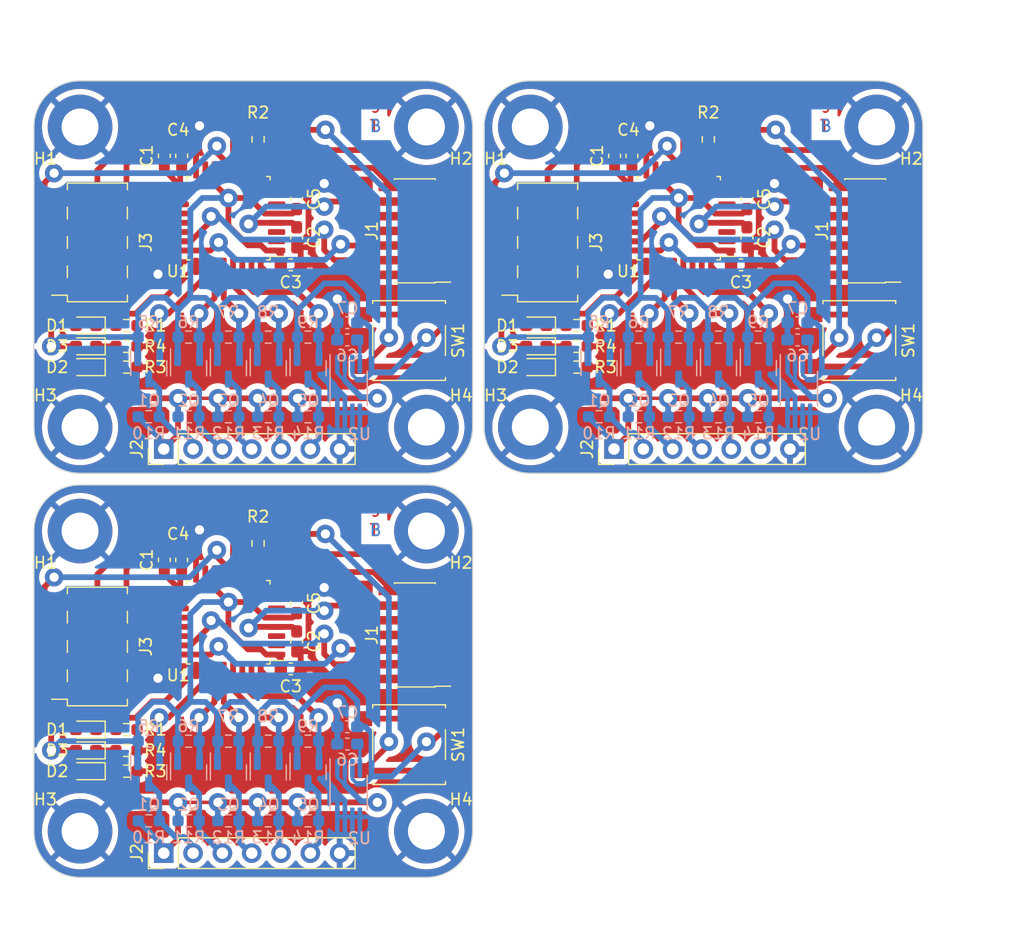
<source format=kicad_pcb>
(kicad_pcb (version 20221018) (generator pcbnew)
  (layers (0 "F.Cu" signal) (31 "B.Cu" signal) (34 "B.Paste" user) (35 "F.Paste" user) (36 "B.SilkS" user "B.Silkscreen") (37 "F.SilkS" user "F.Silkscreen") (38 "B.Mask" user) (39 "F.Mask" user) (44 "Edge.Cuts" user))
  (net 0 "")
  (net 1 "+5V-v0-")
  (net 2 "GND-v0-")
  (net 3 "+3.3V-v0-")
  (net 4 "Net-(D1-K)-v0-")
  (net 6 "Net-(D3-K)-v0-")
  (net 7 "Status_LED-v0-")
  (net 8 "Data_Clock_SNES-v0-")
  (net 9 "Data_Latch_SNES-v0-")
  (net 10 "Net-(D2-K)-v0-")
  (net 11 "Serial_Data1_SNES-v0-")
  (net 12 "Serial_Data2_SNES-v0-")
  (net 13 "SPI_Chip_Select-v0-")
  (net 14 "Chip_Enable-v0-")
  (net 15 "SPI_Digital_Input-v0-")
  (net 16 "SPI_Clock-v0-")
  (net 17 "SPI_Digital_Output-v0-")
  (net 18 "IOBit_SNES-v0-")
  (net 19 "Data_Clock_STM32-v0-")
  (net 20 "Data_Latch_STM32-v0-")
  (net 21 "Appairing_Btn-v0-")
  (net 22 "Net-(U2-BP)-v0-")
  (net 23 "SWDIO-v0-")
  (net 24 "SWDCK-v0-")
  (net 27 "NRST-v0-")
  (net 28 "USART2_RX-v0-")
  (net 29 "USART2_TX-v0-")
  (net 30 "Serial_Data1_STM32-v0-")
  (net 31 "IOBit_STM32-v0-")
  (net 32 "Serial_Data2_STM32-v0-")
  (net 46 "+5V-v1-")
  (net 47 "GND-v1-")
  (net 48 "+3.3V-v1-")
  (net 49 "Net-(D1-K)-v1-")
  (net 51 "Net-(D3-K)-v1-")
  (net 52 "Status_LED-v1-")
  (net 53 "Data_Clock_SNES-v1-")
  (net 54 "Data_Latch_SNES-v1-")
  (net 55 "Net-(D2-K)-v1-")
  (net 56 "Serial_Data1_SNES-v1-")
  (net 57 "Serial_Data2_SNES-v1-")
  (net 58 "SPI_Chip_Select-v1-")
  (net 59 "Chip_Enable-v1-")
  (net 60 "SPI_Digital_Input-v1-")
  (net 61 "SPI_Clock-v1-")
  (net 62 "SPI_Digital_Output-v1-")
  (net 63 "IOBit_SNES-v1-")
  (net 64 "Data_Clock_STM32-v1-")
  (net 65 "Data_Latch_STM32-v1-")
  (net 66 "Appairing_Btn-v1-")
  (net 67 "Net-(U2-BP)-v1-")
  (net 68 "SWDIO-v1-")
  (net 69 "SWDCK-v1-")
  (net 72 "NRST-v1-")
  (net 73 "USART2_RX-v1-")
  (net 74 "USART2_TX-v1-")
  (net 75 "Serial_Data1_STM32-v1-")
  (net 76 "IOBit_STM32-v1-")
  (net 77 "Serial_Data2_STM32-v1-")
  (net 91 "+5V-v2-")
  (net 92 "GND-v2-")
  (net 93 "+3.3V-v2-")
  (net 94 "Net-(D1-K)-v2-")
  (net 96 "Net-(D3-K)-v2-")
  (net 97 "Status_LED-v2-")
  (net 98 "Data_Clock_SNES-v2-")
  (net 99 "Data_Latch_SNES-v2-")
  (net 100 "Net-(D2-K)-v2-")
  (net 101 "Serial_Data1_SNES-v2-")
  (net 102 "Serial_Data2_SNES-v2-")
  (net 103 "SPI_Chip_Select-v2-")
  (net 104 "Chip_Enable-v2-")
  (net 105 "SPI_Digital_Input-v2-")
  (net 106 "SPI_Clock-v2-")
  (net 107 "SPI_Digital_Output-v2-")
  (net 108 "IOBit_SNES-v2-")
  (net 109 "Data_Clock_STM32-v2-")
  (net 110 "Data_Latch_STM32-v2-")
  (net 111 "Appairing_Btn-v2-")
  (net 112 "Net-(U2-BP)-v2-")
  (net 113 "SWDIO-v2-")
  (net 114 "SWDCK-v2-")
  (net 117 "NRST-v2-")
  (net 118 "USART2_RX-v2-")
  (net 119 "USART2_TX-v2-")
  (net 120 "Serial_Data1_STM32-v2-")
  (net 121 "IOBit_STM32-v2-")
  (net 122 "Serial_Data2_STM32-v2-")
  (footprint "Capacitor_SMD:C_0603_1608Metric_Pad1.08x0.95mm_HandSolder" (layer "F.Cu") (at 50.35 6.55 90)
    (fp_text reference "C1")
    (fp_text value "10u")
  )
  (footprint "Resistor_SMD:R_0603_1608Metric_Pad0.98x0.95mm_HandSolder" (layer "F.Cu") (at 47.06875 24.85)
    (fp_text reference "R3")
    (fp_text value "1k")
  )
  (footprint "Capacitor_SMD:C_0603_1608Metric_Pad1.08x0.95mm_HandSolder" (layer "F.Cu") (at 61.81 13.6025 90)
    (fp_text reference "C2")
    (fp_text value "100n")
  )
  (footprint "Resistor_SMD:R_0603_1608Metric_Pad0.98x0.95mm_HandSolder" (layer "F.Cu") (at 19.47 40.12 90)
    (fp_text reference "R2")
    (fp_text value "10k")
  )
  (footprint "Connector_PinHeader_2.54mm:PinHeader_1x07_P2.54mm_Vertical" (layer "F.Cu") (at 11.3 31.95 90)
    (fp_text reference "J2")
    (fp_text value "Conn_01x07_Socket")
  )
  (footprint "Resistor_SMD:R_0603_1608Metric_Pad0.98x0.95mm_HandSolder" (layer "F.Cu") (at 47.06875 23.05)
    (fp_text reference "R4")
    (fp_text value "1k")
  )
  (footprint "Button_Switch_SMD:SW_SPST_B3S-1000" (layer "F.Cu") (at 71.55 22.55 180)
    (fp_text reference "SW1")
    (fp_text value "SW_SPST")
  )
  (footprint "Capacitor_SMD:C_0603_1608Metric_Pad1.08x0.95mm_HandSolder" (layer "F.Cu") (at 12.85 6.55 90)
    (fp_text reference "C4")
    (fp_text value "100n")
  )
  (footprint "Resistor_SMD:R_0603_1608Metric_Pad0.98x0.95mm_HandSolder" (layer "F.Cu") (at 19.47 5.12 90)
    (fp_text reference "R2")
    (fp_text value "10k")
  )
  (footprint "Resistor_SMD:R_0603_1608Metric_Pad0.98x0.95mm_HandSolder" (layer "F.Cu") (at 8.06875 21.25)
    (fp_text reference "R1")
    (fp_text value "1k")
  )
  (footprint "Resistor_SMD:R_0603_1608Metric_Pad0.98x0.95mm_HandSolder" (layer "F.Cu") (at 8.06875 24.85)
    (fp_text reference "R3")
    (fp_text value "1k")
  )
  (footprint "Capacitor_SMD:C_0603_1608Metric_Pad1.08x0.95mm_HandSolder" (layer "F.Cu") (at 22.81 48.6025 90)
    (fp_text reference "C2")
    (fp_text value "100n")
  )
  (footprint "Diode_SMD:D_0603_1608Metric_Pad1.05x0.95mm_HandSolder" (layer "F.Cu") (at 4.56875 24.85 180)
    (fp_text reference "D2")
    (fp_text value "LED_Small")
  )
  (footprint "Button_Switch_SMD:SW_SPST_B3S-1000" (layer "F.Cu") (at 32.55 57.55 180)
    (fp_text reference "SW1")
    (fp_text value "SW_SPST")
  )
  (footprint "MountingHole:MountingHole_3.2mm_M3_DIN965_Pad" (layer "F.Cu") (at 4.05 4.05)
    (fp_text reference "H1")
    (fp_text value "MountingHole_Pad")
  )
  (footprint "Connector_PinHeader_1.27mm:PinHeader_2x07_P1.27mm_Vertical_SMD" (layer "F.Cu") (at 33.05 48.05 180)
    (fp_text reference "J1")
    (fp_text value "Conn_02x07_Odd_Even")
  )
  (footprint "Diode_SMD:D_0603_1608Metric_Pad1.05x0.95mm_HandSolder" (layer "F.Cu") (at 4.56875 59.85 180)
    (fp_text reference "D2")
    (fp_text value "LED_Small")
  )
  (footprint "MountingHole:MountingHole_3.2mm_M3_DIN965_Pad" (layer "F.Cu") (at 73.05 30.05)
    (fp_text reference "H4")
    (fp_text value "MountingHole_Pad")
  )
  (footprint "Resistor_SMD:R_0603_1608Metric_Pad0.98x0.95mm_HandSolder" (layer "F.Cu") (at 47.06875 21.25)
    (fp_text reference "R1")
    (fp_text value "1k")
  )
  (footprint "Package_QFP:LQFP-32_7x7mm_P0.8mm" (layer "F.Cu") (at 16.9 46.95 180)
    (fp_text reference "U1")
    (fp_text value "STM32L412KBTx")
  )
  (footprint "Capacitor_SMD:C_0603_1608Metric_Pad1.08x0.95mm_HandSolder" (layer "F.Cu") (at 61.81 10.3 90)
    (fp_text reference "C5")
    (fp_text value "100n")
  )
  (footprint "Capacitor_SMD:C_0603_1608Metric_Pad1.08x0.95mm_HandSolder" (layer "F.Cu") (at 22.81 13.6025 90)
    (fp_text reference "C2")
    (fp_text value "100n")
  )
  (footprint "Connector_PinHeader_2.54mm:PinHeader_1x07_P2.54mm_Vertical" (layer "F.Cu") (at 50.3 31.95 90)
    (fp_text reference "J2")
    (fp_text value "Conn_01x07_Socket")
  )
  (footprint "Capacitor_SMD:C_0603_1608Metric_Pad1.08x0.95mm_HandSolder" (layer "F.Cu") (at 11.35 6.55 90)
    (fp_text reference "C1")
    (fp_text value "10u")
  )
  (footprint "MountingHole:MountingHole_3.2mm_M3_DIN965_Pad" (layer "F.Cu") (at 34.05 30.05)
    (fp_text reference "H4")
    (fp_text value "MountingHole_Pad")
  )
  (footprint "Package_QFP:LQFP-32_7x7mm_P0.8mm" (layer "F.Cu") (at 16.9 11.95 180)
    (fp_text reference "U1")
    (fp_text value "STM32L412KBTx")
  )
  (footprint "MountingHole:MountingHole_3.2mm_M3_DIN965_Pad" (layer "F.Cu") (at 73.05 4.05)
    (fp_text reference "H2")
    (fp_text value "MountingHole_Pad")
  )
  (footprint "MountingHole:MountingHole_3.2mm_M3_DIN965_Pad" (layer "F.Cu") (at 34.05 4.05)
    (fp_text reference "H2")
    (fp_text value "MountingHole_Pad")
  )
  (footprint "Connector_PinHeader_2.54mm:PinHeader_1x07_P2.54mm_Vertical" (layer "F.Cu") (at 11.3 66.95 90)
    (fp_text reference "J2")
    (fp_text value "Conn_01x07_Socket")
  )
  (footprint "Capacitor_SMD:C_0603_1608Metric_Pad1.08x0.95mm_HandSolder" (layer "F.Cu") (at 22.81 10.3 90)
    (fp_text reference "C5")
    (fp_text value "100n")
  )
  (footprint "MountingHole:MountingHole_3.2mm_M3_DIN965_Pad" (layer "F.Cu") (at 43.05 30.05)
    (fp_text reference "H3")
    (fp_text value "MountingHole_Pad")
  )
  (footprint "Resistor_SMD:R_0603_1608Metric_Pad0.98x0.95mm_HandSolder" (layer "F.Cu") (at 58.47 5.12 90)
    (fp_text reference "R2")
    (fp_text value "10k")
  )
  (footprint "Connector_PinHeader_1.27mm:PinHeader_2x07_P1.27mm_Vertical_SMD" (layer "F.Cu") (at 33.05 13.05 180)
    (fp_text reference "J1")
    (fp_text value "Conn_02x07_Odd_Even")
  )
  (footprint "MountingHole:MountingHole_3.2mm_M3_DIN965_Pad" (layer "F.Cu") (at 34.05 39.05)
    (fp_text reference "H2")
    (fp_text value "MountingHole_Pad")
  )
  (footprint "Diode_SMD:D_0603_1608Metric_Pad1.05x0.95mm_HandSolder" (layer "F.Cu") (at 4.56875 21.25 180)
    (fp_text reference "D1")
    (fp_text value "LED_Small")
  )
  (footprint "Capacitor_SMD:C_0603_1608Metric_Pad1.08x0.95mm_HandSolder" (layer "F.Cu") (at 22.81 45.3 90)
    (fp_text reference "C5")
    (fp_text value "100n")
  )
  (footprint "MountingHole:MountingHole_3.2mm_M3_DIN965_Pad" (layer "F.Cu") (at 4.05 39.05)
    (fp_text reference "H1")
    (fp_text value "MountingHole_Pad")
  )
  (footprint "MountingHole:MountingHole_3.2mm_M3_DIN965_Pad" (layer "F.Cu") (at 4.05 65.05)
    (fp_text reference "H3")
    (fp_text value "MountingHole_Pad")
  )
  (footprint "Diode_SMD:D_0603_1608Metric_Pad1.05x0.95mm_HandSolder" (layer "F.Cu") (at 4.56875 56.25 180)
    (fp_text reference "D1")
    (fp_text value "LED_Small")
  )
  (footprint "Resistor_SMD:R_0603_1608Metric_Pad0.98x0.95mm_HandSolder" (layer "F.Cu") (at 8.06875 58.05)
    (fp_text reference "R4")
    (fp_text value "1k")
  )
  (footprint "Diode_SMD:D_0603_1608Metric_Pad1.05x0.95mm_HandSolder" (layer "F.Cu") (at 43.56875 23.05 180)
    (fp_text reference "D3")
    (fp_text value "LED")
  )
  (footprint "Connector_PinSocket_2.54mm:PinSocket_2x04_P2.54mm_Vertical_SMD" (layer "F.Cu") (at 44.55 14.05 180)
    (fp_text reference "J3")
    (fp_text value "Conn_01x08_Socket")
  )
  (footprint "MountingHole:MountingHole_3.2mm_M3_DIN965_Pad" (layer "F.Cu") (at 43.05 4.05)
    (fp_text reference "H1")
    (fp_text value "MountingHole_Pad")
  )
  (footprint "Diode_SMD:D_0603_1608Metric_Pad1.05x0.95mm_HandSolder" (layer "F.Cu") (at 4.56875 23.05 180)
    (fp_text reference "D3")
    (fp_text value "LED")
  )
  (footprint "Package_QFP:LQFP-32_7x7mm_P0.8mm" (layer "F.Cu") (at 55.9 11.95 180)
    (fp_text reference "U1")
    (fp_text value "STM32L412KBTx")
  )
  (footprint "MountingHole:MountingHole_3.2mm_M3_DIN965_Pad" (layer "F.Cu") (at 4.05 30.05)
    (fp_text reference "H3")
    (fp_text value "MountingHole_Pad")
  )
  (footprint "Capacitor_SMD:C_0603_1608Metric_Pad1.08x0.95mm_HandSolder" (layer "F.Cu") (at 61.3025 15.99)
    (fp_text reference "C3")
    (fp_text value "100n")
  )
  (footprint "Resistor_SMD:R_0603_1608Metric_Pad0.98x0.95mm_HandSolder" (layer "F.Cu") (at 8.06875 23.05)
    (fp_text reference "R4")
    (fp_text value "1k")
  )
  (footprint "Diode_SMD:D_0603_1608Metric_Pad1.05x0.95mm_HandSolder" (layer "F.Cu") (at 43.56875 21.25 180)
    (fp_text reference "D1")
    (fp_text value "LED_Small")
  )
  (footprint "Button_Switch_SMD:SW_SPST_B3S-1000" (layer "F.Cu") (at 32.55 22.55 180)
    (fp_text reference "SW1")
    (fp_text value "SW_SPST")
  )
  (footprint "Capacitor_SMD:C_0603_1608Metric_Pad1.08x0.95mm_HandSolder" (layer "F.Cu") (at 12.85 41.55 90)
    (fp_text reference "C4")
    (fp_text value "100n")
  )
  (footprint "Capacitor_SMD:C_0603_1608Metric_Pad1.08x0.95mm_HandSolder" (layer "F.Cu") (at 51.85 6.55 90)
    (fp_text reference "C4")
    (fp_text value "100n")
  )
  (footprint "Connector_PinHeader_1.27mm:PinHeader_2x07_P1.27mm_Vertical_SMD" (layer "F.Cu") (at 72.05 13.05 180)
    (fp_text reference "J1")
    (fp_text value "Conn_02x07_Odd_Even")
  )
  (footprint "MountingHole:MountingHole_3.2mm_M3_DIN965_Pad" (layer "F.Cu") (at 34.05 65.05)
    (fp_text reference "H4")
    (fp_text value "MountingHole_Pad")
  )
  (footprint "Connector_PinSocket_2.54mm:PinSocket_2x04_P2.54mm_Vertical_SMD" (layer "F.Cu") (at 5.55 49.05 180)
    (fp_text reference "J3")
    (fp_text value "Conn_01x08_Socket")
  )
  (footprint "Capacitor_SMD:C_0603_1608Metric_Pad1.08x0.95mm_HandSolder" (layer "F.Cu") (at 22.3025 50.99)
    (fp_text reference "C3")
    (fp_text value "100n")
  )
  (footprint "Diode_SMD:D_0603_1608Metric_Pad1.05x0.95mm_HandSolder" (layer "F.Cu") (at 43.56875 24.85 180)
    (fp_text reference "D2")
    (fp_text value "LED_Small")
  )
  (footprint "Capacitor_SMD:C_0603_1608Metric_Pad1.08x0.95mm_HandSolder" (layer "F.Cu") (at 11.35 41.55 90)
    (fp_text reference "C1")
    (fp_text value "10u")
  )
  (footprint "Connector_PinSocket_2.54mm:PinSocket_2x04_P2.54mm_Vertical_SMD" (layer "F.Cu") (at 5.55 14.05 180)
    (fp_text reference "J3")
    (fp_text value "Conn_01x08_Socket")
  )
  (footprint "Resistor_SMD:R_0603_1608Metric_Pad0.98x0.95mm_HandSolder" (layer "F.Cu") (at 8.06875 56.25)
    (fp_text reference "R1")
    (fp_text value "1k")
  )
  (footprint "Capacitor_SMD:C_0603_1608Metric_Pad1.08x0.95mm_HandSolder" (layer "F.Cu") (at 22.3025 15.99)
    (fp_text reference "C3")
    (fp_text value "100n")
  )
  (footprint "Diode_SMD:D_0603_1608Metric_Pad1.05x0.95mm_HandSolder" (layer "F.Cu") (at 4.56875 58.05 180)
    (fp_text reference "D3")
    (fp_text value "LED")
  )
  (footprint "Resistor_SMD:R_0603_1608Metric_Pad0.98x0.95mm_HandSolder" (layer "F.Cu") (at 8.06875 59.85)
    (fp_text reference "R3")
    (fp_text value "1k")
  )
  (footprint "Resistor_SMD:R_0603_1608Metric_Pad0.98x0.95mm_HandSolder" (layer "B.Cu") (at 23.8 64.15)
    (fp_text reference "R14")
    (fp_text value "10k")
  )
  (footprint "Package_SO:MSOP-8_3x3mm_P0.65mm" (layer "B.Cu") (at 27.3125 61.7 -90)
    (fp_text reference "U2")
    (fp_text value "MIC5219-3.3YMM")
  )
  (footprint "Resistor_SMD:R_0603_1608Metric_Pad0.98x0.95mm_HandSolder" (layer "B.Cu") (at 62.8 22.25)
    (fp_text reference "R9")
    (fp_text value "10k")
  )
  (footprint "Package_TO_SOT_SMD:SOT-23" (layer "B.Cu") (at 55.9 24.95 -90)
    (fp_text reference "Q3")
    (fp_text value "2N7002")
  )
  (footprint "Resistor_SMD:R_0603_1608Metric_Pad0.98x0.95mm_HandSolder" (layer "B.Cu") (at 13.45 29.15)
    (fp_text reference "R11")
    (fp_text value "10k")
  )
  (footprint "Resistor_SMD:R_0603_1608Metric_Pad0.98x0.95mm_HandSolder" (layer "B.Cu") (at 20.35 57.25)
    (fp_text reference "R8")
    (fp_text value "10k")
  )
  (footprint "Resistor_SMD:R_0603_1608Metric_Pad0.98x0.95mm_HandSolder" (layer "B.Cu") (at 13.45 22.25)
    (fp_text reference "R6")
    (fp_text value "10k")
  )
  (footprint "Resistor_SMD:R_0603_1608Metric_Pad0.98x0.95mm_HandSolder" (layer "B.Cu") (at 49 29.15)
    (fp_text reference "R10")
    (fp_text value "10k")
  )
  (footprint "Resistor_SMD:R_0603_1608Metric_Pad0.98x0.95mm_HandSolder" (layer "B.Cu") (at 10 64.15)
    (fp_text reference "R10")
    (fp_text value "10k")
  )
  (footprint "Resistor_SMD:R_0603_1608Metric_Pad0.98x0.95mm_HandSolder" (layer "B.Cu") (at 52.45 22.25)
    (fp_text reference "R6")
    (fp_text value "10k")
  )
  (footprint "Resistor_SMD:R_0603_1608Metric_Pad0.98x0.95mm_HandSolder" (layer "B.Cu") (at 16.9 29.15)
    (fp_text reference "R12")
    (fp_text value "10k")
  )
  (footprint "Capacitor_SMD:C_0603_1608Metric_Pad1.08x0.95mm_HandSolder" (layer "B.Cu") (at 27.2 21 180)
    (fp_text reference "C7")
    (fp_text value "2.2u")
  )
  (footprint "Resistor_SMD:R_0603_1608Metric_Pad0.98x0.95mm_HandSolder" (layer "B.Cu") (at 55.9 29.15)
    (fp_text reference "R12")
    (fp_text value "10k")
  )
  (footprint "Resistor_SMD:R_0603_1608Metric_Pad0.98x0.95mm_HandSolder" (layer "B.Cu") (at 10 57.25)
    (fp_text reference "R5")
    (fp_text value "10k")
  )
  (footprint "Package_TO_SOT_SMD:SOT-23" (layer "B.Cu") (at 23.8 59.95 -90)
    (fp_text reference "Q5")
    (fp_text value "2N7002")
  )
  (footprint "Resistor_SMD:R_0603_1608Metric_Pad0.98x0.95mm_HandSolder" (layer "B.Cu") (at 20.35 22.25)
    (fp_text reference "R8")
    (fp_text value "10k")
  )
  (footprint "Capacitor_SMD:C_0603_1608Metric_Pad1.08x0.95mm_HandSolder" (layer "B.Cu") (at 66.2 22.5 180)
    (fp_text reference "C6")
    (fp_text value "470p")
  )
  (footprint "Resistor_SMD:R_0603_1608Metric_Pad0.98x0.95mm_HandSolder" (layer "B.Cu") (at 55.9 22.25)
    (fp_text reference "R7")
    (fp_text value "10k")
  )
  (footprint "Resistor_SMD:R_0603_1608Metric_Pad0.98x0.95mm_HandSolder" (layer "B.Cu") (at 59.35 22.25)
    (fp_text reference "R8")
    (fp_text value "10k")
  )
  (footprint "Package_TO_SOT_SMD:SOT-23" (layer "B.Cu") (at 13.45 24.95 -90)
    (fp_text reference "Q2")
    (fp_text value "2N7002")
  )
  (footprint "Resistor_SMD:R_0603_1608Metric_Pad0.98x0.95mm_HandSolder" (layer "B.Cu") (at 23.8 57.25)
    (fp_text reference "R9")
    (fp_text value "10k")
  )
  (footprint "Resistor_SMD:R_0603_1608Metric_Pad0.98x0.95mm_HandSolder" (layer "B.Cu") (at 13.45 57.25)
    (fp_text reference "R6")
    (fp_text value "10k")
  )
  (footprint "Package_TO_SOT_SMD:SOT-23" (layer "B.Cu") (at 13.45 59.95 -90)
    (fp_text reference "Q2")
    (fp_text value "2N7002")
  )
  (footprint "Resistor_SMD:R_0603_1608Metric_Pad0.98x0.95mm_HandSolder" (layer "B.Cu") (at 20.35 64.15)
    (fp_text reference "R13")
    (fp_text value "10k")
  )
  (footprint "Resistor_SMD:R_0603_1608Metric_Pad0.98x0.95mm_HandSolder" (layer "B.Cu") (at 23.8 22.25)
    (fp_text reference "R9")
    (fp_text value "10k")
  )
  (footprint "Resistor_SMD:R_0603_1608Metric_Pad0.98x0.95mm_HandSolder" (layer "B.Cu") (at 49 22.25)
    (fp_text reference "R5")
    (fp_text value "10k")
  )
  (footprint "Package_SO:MSOP-8_3x3mm_P0.65mm" (layer "B.Cu") (at 27.3125 26.7 -90)
    (fp_text reference "U2")
    (fp_text value "MIC5219-3.3YMM")
  )
  (footprint "Resistor_SMD:R_0603_1608Metric_Pad0.98x0.95mm_HandSolder" (layer "B.Cu") (at 13.45 64.15)
    (fp_text reference "R11")
    (fp_text value "10k")
  )
  (footprint "Resistor_SMD:R_0603_1608Metric_Pad0.98x0.95mm_HandSolder" (layer "B.Cu") (at 20.35 29.15)
    (fp_text reference "R13")
    (fp_text value "10k")
  )
  (footprint "Package_TO_SOT_SMD:SOT-23" (layer "B.Cu") (at 59.35 24.95 -90)
    (fp_text reference "Q4")
    (fp_text value "2N7002")
  )
  (footprint "Package_SO:MSOP-8_3x3mm_P0.65mm" (layer "B.Cu") (at 66.3125 26.7 -90)
    (fp_text reference "U2")
    (fp_text value "MIC5219-3.3YMM")
  )
  (footprint "Resistor_SMD:R_0603_1608Metric_Pad0.98x0.95mm_HandSolder" (layer "B.Cu") (at 16.9 64.15)
    (fp_text reference "R12")
    (fp_text value "10k")
  )
  (footprint "Resistor_SMD:R_0603_1608Metric_Pad0.98x0.95mm_HandSolder" (layer "B.Cu") (at 10 29.15)
    (fp_text reference "R10")
    (fp_text value "10k")
  )
  (footprint "Package_TO_SOT_SMD:SOT-23" (layer "B.Cu") (at 20.35 24.95 -90)
    (fp_text reference "Q4")
    (fp_text value "2N7002")
  )
  (footprint "Resistor_SMD:R_0603_1608Metric_Pad0.98x0.95mm_HandSolder" (layer "B.Cu") (at 52.45 29.15)
    (fp_text reference "R11")
    (fp_text value "10k")
  )
  (footprint "Resistor_SMD:R_0603_1608Metric_Pad0.98x0.95mm_HandSolder" (layer "B.Cu") (at 10 22.25)
    (fp_text reference "R5")
    (fp_text value "10k")
  )
  (footprint "Capacitor_SMD:C_0603_1608Metric_Pad1.08x0.95mm_HandSolder" (layer "B.Cu") (at 66.2 21 180)
    (fp_text reference "C7")
    (fp_text value "2.2u")
  )
  (footprint "Capacitor_SMD:C_0603_1608Metric_Pad1.08x0.95mm_HandSolder" (layer "B.Cu") (at 27.2 22.5 180)
    (fp_text reference "C6")
    (fp_text value "470p")
  )
  (footprint "Resistor_SMD:R_0603_1608Metric_Pad0.98x0.95mm_HandSolder" (layer "B.Cu") (at 23.8 29.15)
    (fp_text reference "R14")
    (fp_text value "10k")
  )
  (footprint "Resistor_SMD:R_0603_1608Metric_Pad0.98x0.95mm_HandSolder" (layer "B.Cu") (at 16.9 22.25)
    (fp_text reference "R7")
    (fp_text value "10k")
  )
  (footprint "Capacitor_SMD:C_0603_1608Metric_Pad1.08x0.95mm_HandSolder" (layer "B.Cu") (at 27.2 57.5 180)
    (fp_text reference "C6")
    (fp_text value "470p")
  )
  (footprint "Package_TO_SOT_SMD:SOT-23" (layer "B.Cu") (at 49 24.95 -90)
    (fp_text reference "Q1")
    (fp_text value "2N7002")
  )
  (footprint "Resistor_SMD:R_0603_1608Metric_Pad0.98x0.95mm_HandSolder" (layer "B.Cu") (at 59.35 29.15)
    (fp_text reference "R13")
    (fp_text value "10k")
  )
  (footprint "Package_TO_SOT_SMD:SOT-23" (layer "B.Cu") (at 62.8 24.95 -90)
    (fp_text reference "Q5")
    (fp_text value "2N7002")
  )
  (footprint "Resistor_SMD:R_0603_1608Metric_Pad0.98x0.95mm_HandSolder" (layer "B.Cu") (at 62.8 29.15)
    (fp_text reference "R14")
    (fp_text value "10k")
  )
  (footprint "Package_TO_SOT_SMD:SOT-23" (layer "B.Cu") (at 10 24.95 -90)
    (fp_text reference "Q1")
    (fp_text value "2N7002")
  )
  (footprint "Package_TO_SOT_SMD:SOT-23" (layer "B.Cu") (at 23.8 24.95 -90)
    (fp_text reference "Q5")
    (fp_text value "2N7002")
  )
  (footprint "Capacitor_SMD:C_0603_1608Metric_Pad1.08x0.95mm_HandSolder" (layer "B.Cu") (at 27.2 56 180)
    (fp_text reference "C7")
    (fp_text value "2.2u")
  )
  (footprint "Resistor_SMD:R_0603_1608Metric_Pad0.98x0.95mm_HandSolder" (layer "B.Cu") (at 16.9 57.25)
    (fp_text reference "R7")
    (fp_text value "10k")
  )
  (footprint "Package_TO_SOT_SMD:SOT-23" (layer "B.Cu") (at 16.9 59.95 -90)
    (fp_text reference "Q3")
    (fp_text value "2N7002")
  )
  (footprint "Package_TO_SOT_SMD:SOT-23" (layer "B.Cu") (at 10 59.95 -90)
    (fp_text reference "Q1")
    (fp_text value "2N7002")
  )
  (footprint "Package_TO_SOT_SMD:SOT-23" (layer "B.Cu") (at 52.45 24.95 -90)
    (fp_text reference "Q2")
    (fp_text value "2N7002")
  )
  (footprint "Package_TO_SOT_SMD:SOT-23" (layer "B.Cu") (at 16.9 24.95 -90)
    (fp_text reference "Q3")
    (fp_text value "2N7002")
  )
  (footprint "Package_TO_SOT_SMD:SOT-23" (layer "B.Cu") (at 20.35 59.95 -90)
    (fp_text reference "Q4")
    (fp_text value "2N7002")
  )
  (gr_arc (start 0.05 39.05) (mid 1.221573 36.221573) (end 4.05 35.05) (stroke (width 0.1)) (layer "Edge.Cuts"))
  (gr_arc (start 73.05 0.05) (mid 75.878427 1.221573) (end 77.05 4.05) (stroke (width 0.1)) (layer "Edge.Cuts"))
  (gr_line (start 38.05 39.05) (end 38.05 65.05) (stroke (width 0.1)) (layer "Edge.Cuts"))
  (gr_arc (start 34.05 0.05) (mid 36.878427 1.221573) (end 38.05 4.05) (stroke (width 0.1)) (layer "Edge.Cuts"))
  (gr_line (start 4.05 0.05) (end 34.05 0.05) (stroke (width 0.1)) (layer "Edge.Cuts"))
  (gr_line (start 73.05 34.05) (end 43.05 34.05) (stroke (width 0.1)) (layer "Edge.Cuts"))
  (gr_line (start 34.05 69.05) (end 4.05 69.05) (stroke (width 0.1)) (layer "Edge.Cuts"))
  (gr_arc (start 0.05 4.05) (mid 1.221573 1.221573) (end 4.05 0.05) (stroke (width 0.1)) (layer "Edge.Cuts"))
  (gr_line (start 38.05 4.05) (end 38.05 30.05) (stroke (width 0.1)) (layer "Edge.Cuts"))
  (gr_arc (start 4.05 69.05) (mid 1.221573 67.878427) (end 0.05 65.05) (stroke (width 0.1)) (layer "Edge.Cuts"))
  (gr_arc (start 43.05 34.05) (mid 40.221573 32.878427) (end 39.05 30.05) (stroke (width 0.1)) (layer "Edge.Cuts"))
  (gr_line (start 4.05 35.05) (end 34.05 35.05) (stroke (width 0.1)) (layer "Edge.Cuts"))
  (gr_arc (start 39.05 4.05) (mid 40.221573 1.221573) (end 43.05 0.05) (stroke (width 0.1)) (layer "Edge.Cuts"))
  (gr_line (start 0.05 30.05) (end 0.05 4.05) (stroke (width 0.1)) (layer "Edge.Cuts"))
  (gr_arc (start 4.05 34.05) (mid 1.221573 32.878427) (end 0.05 30.05) (stroke (width 0.1)) (layer "Edge.Cuts"))
  (gr_line (start 39.05 30.05) (end 39.05 4.05) (stroke (width 0.1)) (layer "Edge.Cuts"))
  (gr_arc (start 38.05 30.05) (mid 36.878427 32.878427) (end 34.05 34.05) (stroke (width 0.1)) (layer "Edge.Cuts"))
  (gr_line (start 34.05 34.05) (end 4.05 34.05) (stroke (width 0.1)) (layer "Edge.Cuts"))
  (gr_line (start 0.05 65.05) (end 0.05 39.05) (stroke (width 0.1)) (layer "Edge.Cuts"))
  (gr_line (start 77.05 4.05) (end 77.05 30.05) (stroke (width 0.1)) (layer "Edge.Cuts"))
  (gr_line (start 43.05 0.05) (end 73.05 0.05) (stroke (width 0.1)) (layer "Edge.Cuts"))
  (gr_arc (start 34.05 35.05) (mid 36.878427 36.221573) (end 38.05 39.05) (stroke (width 0.1)) (layer "Edge.Cuts"))
  (gr_arc (start 38.05 65.05) (mid 36.878427 67.878427) (end 34.05 69.05) (stroke (width 0.1)) (layer "Edge.Cuts"))
  (gr_arc (start 77.05 30.05) (mid 75.878427 32.878427) (end 73.05 34.05) (stroke (width 0.1)) (layer "Edge.Cuts"))
  (gr_text "T" (at 29.05 4.55) (layer "F.Cu") (effects (font (size 1 1)) (justify left bottom)))
  (gr_text "SNES Plug" (at 22.05 2.55) (layer "F.Cu") (effects (font (size 1 1)) (justify left bottom)))
  (gr_text "T" (at 68.05 4.55) (layer "F.Cu") (effects (font (size 1 1)) (justify left bottom)))
  (gr_text "SNES Plug" (at 22.05 37.55) (layer "F.Cu") (effects (font (size 1 1)) (justify left bottom)))
  (gr_text "T" (at 29.05 39.55) (layer "F.Cu") (effects (font (size 1 1)) (justify left bottom)))
  (gr_text "SNES Plug" (at 61.05 2.55) (layer "F.Cu") (effects (font (size 1 1)) (justify left bottom)))
  (gr_text "B" (at 68.05 4.55) (layer "B.Cu") (effects (font (size 1 1)) (justify left bottom)))
  (gr_text "B" (at 29.05 4.55) (layer "B.Cu") (effects (font (size 1 1)) (justify left bottom)))
  (gr_text "B" (at 29.05 39.55) (layer "B.Cu") (effects (font (size 1 1)) (justify left bottom)))
  (segment (start 12.5375 30.7125) (end 11.3 31.95) (width 0.5) (layer "F.Cu") (net 1))
  (segment (start 3.69375 24.884561) (end 5.109189 26.3) (width 0.5) (layer "F.Cu") (net 1))
  (segment (start 12.5375 27.55) (end 15.9875 27.55) (width 0.3) (layer "F.Cu") (net 1))
  (segment (start 6.55 26.3) (end 7.8 27.55) (width 0.5) (layer "F.Cu") (net 1))
  (segment (start 12.5375 27.55) (end 12.5375 30.7125) (width 0.5) (layer "F.Cu") (net 1))
  (segment (start 3.69375 24.85) (end 3.69375 24.884561) (width 0.5) (layer "F.Cu") (net 1))
  (segment (start 19.4375 27.55) (end 15.9875 27.55) (width 0.5) (layer "F.Cu") (net 1))
  (segment (start 7.8 27.55) (end 12.5375 27.55) (width 0.5) (layer "F.Cu") (net 1))
  (segment (start 5.109189 26.3) (end 6.55 26.3) (width 0.5) (layer "F.Cu") (net 1))
  (segment (start 22.8875 27.55) (end 29.8 27.55) (width 0.5) (layer "F.Cu") (net 1))
  (segment (start 19.4375 27.55) (end 22.8875 27.55) (width 0.5) (layer "F.Cu") (net 1))
  (via (at 29.8 27.55) (size 1.6) (drill 0.8) (layers "F.Cu" "B.Cu") (net 1))
  (via (at 19.4375 27.55) (size 1.6) (drill 0.8) (layers "F.Cu" "B.Cu") (net 1))
  (via (at 15.9875 27.55) (size 1.6) (drill 0.8) (layers "F.Cu" "B.Cu") (net 1))
  (via (at 22.8875 27.55) (size 1.6) (drill 0.8) (layers "F.Cu" "B.Cu") (net 1))
  (via (at 12.5375 27.55) (size 1.6) (drill 0.8) (layers "F.Cu" "B.Cu") (net 1))
  (segment (start 19.4375 27.55) (end 19.4375 29.15) (width 0.5) (layer "B.Cu") (net 1))
  (segment (start 26.3375 25.380761) (end 26.9875 26.030761) (width 0.3) (layer "B.Cu") (net 1))
  (segment (start 29.7 27.45) (end 28.406739 27.45) (width 0.5) (layer "B.Cu") (net 1))
  (segment (start 26.9875 24.5875) (end 26.9875 26.030761) (width 0.3) (layer "B.Cu") (net 1))
  (segment (start 29.8 27.55) (end 29.7 27.45) (width 0.5) (layer "B.Cu") (net 1))
  (segment (start 11.3 31.3625) (end 9.0875 29.15) (width 0.5) (layer "B.Cu") (net 1))
  (segment (start 26.3375 24.5875) (end 26.3375 25.380761) (width 0.3) (layer "B.Cu") (net 1))
  (segment (start 12.5375 29.15) (end 12.5375 27.55) (width 0.5) (layer "B.Cu") (net 1))
  (segment (start 11.3 31.95) (end 11.3 31.3625) (width 0.5) (layer "B.Cu") (net 1))
  (segment (start 22.8875 27.55) (end 22.8875 29.15) (width 0.5) (layer "B.Cu") (net 1))
  (segment (start 28.406739 27.45) (end 26.9875 26.030761) (width 0.5) (layer "B.Cu") (net 1))
  (segment (start 15.9875 27.55) (end 15.9875 29.15) (width 0.5) (layer "B.Cu") (net 1))
  (segment (start 20.59 17.015) (end 22.14 17.015) (width 0.5) (layer "F.Cu") (net 2))
  (segment (start 25.199189 8.95) (end 24.711689 9.4375) (width 0.5) (layer "F.Cu") (net 2))
  (segment (start 22.14 17.015) (end 23.165 15.99) (width 0.5) (layer "F.Cu") (net 2))
  (segment (start 12.85 5.6875) (end 12.85 5.5) (width 0.5) (layer "F.Cu") (net 2))
  (segment (start 12.85 5.5) (end 14.4 3.95) (width 0.5) (layer "F.Cu") (net 2))
  (segment (start 23.165 14.82) (end 22.81 14.465) (width 0.5) (layer "F.Cu") (net 2))
  (segment (start 23.165 15.99) (end 23.165 14.82) (width 0.5) (layer "F.Cu") (net 2))
  (segment (start 23.835 10.4625) (end 22.81 9.4375) (width 0.5) (layer "F.Cu") (net 2))
  (segment (start 14.1 4.25) (end 14.1 7.775) (width 0.5) (layer "F.Cu") (net 2))
  (segment (start 22.81 14.391193) (end 23.835 13.366193) (width 0.5) (layer "F.Cu") (net 2))
  (segment (start 9.74 17.86) (end 8.07 17.86) (width 0.5) (layer "F.Cu") (net 2))
  (segment (start 11.35 5.6875) (end 12.85 5.6875) (width 0.5) (layer "F.Cu") (net 2))
  (segment (start 23.835 13.366193) (end 23.835 10.4625) (width 0.5) (layer "F.Cu") (net 2))
  (segment (start 14.4 3.95) (end 14.1 4.25) (width 0.5) (layer "F.Cu") (net 2))
  (segment (start 22.81 14.465) (end 22.81 14.391193) (width 0.5) (layer "F.Cu") (net 2))
  (segment (start 24.711689 9.4375) (end 22.81 9.4375) (width 0.5) (layer "F.Cu") (net 2))
  (segment (start 19.7 16.125) (end 20.59 17.015) (width 0.5) (layer "F.Cu") (net 2))
  (segment (start 10.8 16.8) (end 9.74 17.86) (width 0.5) (layer "F.Cu") (net 2))
  (via (at 25.199189 8.95) (size 1.6) (drill 0.8) (layers "F.Cu" "B.Cu") (net 2))
  (via (at 14.4 3.95) (size 1.6) (drill 0.8) (layers "F.Cu" "B.Cu") (net 2))
  (via (at 10.8 16.8) (size 1.6) (drill 0.8) (layers "F.Cu" "B.Cu") (net 2))
  (via (at 26.3375 18.95) (size 1.6) (drill 0.8) (layers "F.Cu" "B.Cu") (net 2))
  (segment (start 26.3375 18.9875) (end 26.3 18.95) (width 0.5) (layer "B.Cu") (net 2))
  (segment (start 17.45 3.95) (end 14.4 3.95) (width 0.5) (layer "B.Cu") (net 2))
  (segment (start 26.3375 21) (end 26.3375 22.5) (width 0.5) (layer "B.Cu") (net 2))
  (segment (start 26.3375 21) (end 26.3375 18.95) (width 0.5) (layer "B.Cu") (net 2))
  (segment (start 25.199189 8.95) (end 22.45 8.95) (width 0.5) (layer "B.Cu") (net 2))
  (segment (start 22.45 8.95) (end 17.45 3.95) (width 0.5) (layer "B.Cu") (net 2))
  (segment (start 21.44 15.99) (end 21.44 15.115) (width 0.5) (layer "F.Cu") (net 3))
  (segment (start 11.35 7.775) (end 12.725 9.15) (width 0.5) (layer "F.Cu") (net 3))
  (segment (start 16.9 12.609189) (end 16.9 10.2) (width 0.5) (layer "F.Cu") (net 3))
  (segment (start 1.55 19.34) (end 3.03 17.86) (width 0.5) (layer "F.Cu") (net 3))
  (segment (start 34.05 22.3) (end 34.525 22.3) (width 0.5) (layer "F.Cu") (net 3))
  (segment (start 36.525 20.3) (end 37.05 19.775) (width 0.5) (layer "F.Cu") (net 3))
  (segment (start 16.9 10.2) (end 15.85 9.15) (width 0.5) (layer "F.Cu") (net 3))
  (segment (start 18.590811 14.3) (end 16.9 12.609189) (width 0.5) (layer "F.Cu") (net 3))
  (segment (start 12.725 9.15) (end 12.725 7.5375) (width 0.5) (layer "F.Cu") (net 3))
  (segment (start 36.7 15.59) (end 37.05 15.94) (width 0.5) (layer "F.Cu") (net 3))
  (segment (start 15.85 9.15) (end 12.725 9.15) (width 0.5) (layer "F.Cu") (net 3))
  (segment (start 11.35 7.4125) (end 11.35 7.775) (width 0.5) (layer "F.Cu") (net 3))
  (segment (start 20.170406 14.75) (end 19.720406 14.3) (width 0.5) (layer "F.Cu") (net 3))
  (segment (start 28.575 20.3) (end 36.525 20.3) (width 0.5) (layer "F.Cu") (net 3))
  (segment (start 19.720406 14.3) (end 18.590811 14.3) (width 0.5) (layer "F.Cu") (net 3))
  (segment (start 34.525 22.3) (end 36.525 20.3) (width 0.5) (layer "F.Cu") (net 3))
  (segment (start 20.05 11.55) (end 18.7 10.2) (width 0.5) (layer "F.Cu") (net 3))
  (segment (start 3.69375 23.05) (end 1.55 23.05) (width 0.5) (layer "F.Cu") (net 3))
  (segment (start 22.4225 11.55) (end 21.075 11.55) (width 0.5) (layer "F.Cu") (net 3))
  (segment (start 21.075 11.55) (end 20.05 11.55) (width 0.5) (layer "F.Cu") (net 3))
  (segment (start 37.05 19.775) (end 37.05 15.94) (width 0.5) (layer "F.Cu") (net 3))
  (segment (start 1.55 23.05) (end 1.55 19.34) (width 0.5) (layer "F.Cu") (net 3))
  (segment (start 21.44 15.115) (end 21.075 14.75) (width 0.5) (layer "F.Cu") (net 3))
  (segment (start 18.7 10.2) (end 16.9 10.2) (width 0.5) (layer "F.Cu") (net 3))
  (segment (start 12.725 7.5375) (end 12.85 7.4125) (width 0.5) (layer "F.Cu") (net 3))
  (segment (start 21.075 14.75) (end 20.170406 14.75) (width 0.5) (layer "F.Cu") (net 3))
  (segment (start 22.81 11.1625) (end 22.4225 11.55) (width 0.5) (layer "F.Cu") (net 3))
  (segment (start 35 15.59) (end 36.7 15.59) (width 0.5) (layer "F.Cu") (net 3))
  (via (at 34.05 22.3) (size 1.6) (drill 0.8) (layers "F.Cu" "B.Cu") (net 3))
  (via (at 1.55 23.05) (size 1.6) (drill 0.8) (layers "F.Cu" "B.Cu") (net 3))
  (via (at 16.9 10.2) (size 1.6) (drill 0.8) (layers "F.Cu" "B.Cu") (net 3))
  (segment (start 16.9 10.2) (end 14.65 10.2) (width 0.5) (layer "B.Cu") (net 3))
  (segment (start 15.95 22.2875) (end 15.9875 22.25) (width 0.5) (layer "B.Cu") (net 3))
  (segment (start 22.8875 19.915811) (end 21.821689 18.85) (width 0.5) (layer "B.Cu") (net 3))
  (segment (start 25.203311 17.6) (end 22.8875 19.915811) (width 0.5) (layer "B.Cu") (net 3))
  (segment (start 13.603311 11.246689) (end 13.603311 18.85) (width 0.5) (layer "B.Cu") (net 3))
  (segment (start 29.3 25.306739) (end 29.3 21.55) (width 0.5) (layer "B.Cu") (net 3))
  (segment (start 22.85 22.2875) (end 22.8875 22.25) (width 0.5) (layer "B.Cu") (net 3))
  (segment (start 15.9875 19.915811) (end 17.053311 18.85) (width 0.5) (layer "B.Cu") (net 3))
  (segment (start 15.95 24.0125) (end 15.95 22.2875) (width 0.5) (layer "B.Cu") (net 3))
  (segment (start 22.8875 22.25) (end 22.8875 19.915811) (width 0.5) (layer "B.Cu") (net 3))
  (segment (start 28.75 21) (end 28.0625 21) (width 0.5) (layer "B.Cu") (net 3))
  (segment (start 28.656739 25.95) (end 28.059683 25.95) (width 0.5) (layer "B.Cu") (net 3))
  (segment (start 29.3 21.55) (end 28.75 21) (width 0.5) (layer "B.Cu") (net 3))
  (segment (start 9.05 24.0125) (end 9.05 22.2875) (width 0.5) (layer "B.Cu") (net 3))
  (segment (start 9.05 22.2875) (end 9.0875 22.25) (width 0.5) (layer "B.Cu") (net 3))
  (segment (start 12.5 22.2875) (end 12.5375 22.25) (width 0.5) (layer "B.Cu") (net 3))
  (segment (start 10.353311 18.85) (end 11.471689 18.85) (width 0.5) (layer "B.Cu") (net 3))
  (segment (start 11.471689 18.85) (end 12.5375 19.915811) (width 0.5) (layer "B.Cu") (net 3))
  (segment (start 2.35 22.25) (end 9.0875 22.25) (width 0.5) (layer "B.Cu") (net 3))
  (segment (start 22.85 24.0125) (end 22.85 22.2875) (width 0.5) (layer "B.Cu") (net 3))
  (segment (start 9.0875 22.25) (end 9.0875 20.115811) (width 0.5) (layer "B.Cu") (net 3))
  (segment (start 19.4 24.0125) (end 19.4 22.2875) (width 0.5) (layer "B.Cu") (net 3))
  (segment (start 29.3 25.306739) (end 28.656739 25.95) (width 0.5) (layer "B.Cu") (net 3))
  (segment (start 13.603311 18.85) (end 12.5375 19.915811) (width 0.5) (layer "B.Cu") (net 3))
  (segment (start 19.4 22.2875) (end 19.4375 22.25) (width 0.5) (layer "B.Cu") (net 3))
  (segment (start 17.053311 18.85) (end 18.371689 18.85) (width 0.5) (layer "B.Cu") (net 3))
  (segment (start 1.55 23.05) (end 2.35 22.25) (width 0.5) (layer "B.Cu") (net 3))
  (segment (start 20.503311 18.85) (end 19.4375 19.915811) (width 0.5) (layer "B.Cu") (net 3))
  (segment (start 18.371689 18.85) (end 19.4375 19.915811) (width 0.5) (layer "B.Cu") (net 3))
  (segment (start 15.9875 22.25) (end 15.9875 19.915811) (width 0.5) (layer "B.Cu") (net 3))
  (segment (start 27.6375 24.5875) (end 27.6375 25.527817) (width 0.3) (layer "B.Cu") (net 3))
  (segment (start 19.4375 19.915811) (end 19.4375 22.25) (width 0.5) (layer "B.Cu") (net 3))
  (segment (start 31.043261 25.306739) (end 29.3 25.306739) (width 0.5) (layer "B.Cu") (net 3))
  (segment (start 28.0625 21) (end 28.0625 18.765811) (width 0.5) (layer "B.Cu") (net 3))
  (segment (start 26.896689 17.6) (end 25.203311 17.6) (width 0.5) (layer "B.Cu") (net 3))
  (segment (start 31.043261 25.306739) (end 34.05 22.3) (width 0.5) (layer "B.Cu") (net 3))
  (segment (start 15.9875 19.915811) (end 14.921689 18.85) (width 0.5) (layer "B.Cu") (net 3))
  (segment (start 14.921689 18.85) (end 13.603311 18.85) (width 0.5) (layer "B.Cu") (net 3))
  (segment (start 28.0625 18.765811) (end 26.896689 17.6) (width 0.5) (layer "B.Cu") (net 3))
  (segment (start 12.5 24.0125) (end 12.5 22.2875) (width 0.5) (layer "B.Cu") (net 3))
  (segment (start 12.5375 19.915811) (end 12.5375 22.25) (width 0.5) (layer "B.Cu") (net 3))
  (segment (start 9.0875 20.115811) (end 10.353311 18.85) (width 0.5) (layer "B.Cu") (net 3))
  (segment (start 21.821689 18.85) (end 20.503311 18.85) (width 0.5) (layer "B.Cu") (net 3))
  (segment (start 14.65 10.2) (end 13.603311 11.246689) (width 0.5) (layer "B.Cu") (net 3))
  (segment (start 27.6375 25.527817) (end 28.059683 25.95) (width 0.3) (layer "B.Cu") (net 3))
  (segment (start 7.15625 21.25) (end 5.44375 21.25) (width 0.5) (layer "F.Cu") (net 4))
  (segment (start 7.15625 23.05) (end 5.44375 23.05) (width 0.5) (layer "F.Cu") (net 6))
  (segment (start 4.71875 20.225) (end 8.875 20.225) (width 0.5) (layer "F.Cu") (net 7))
  (segment (start 8.875 20.225) (end 10.3 18.8) (width 0.5) (layer "F.Cu") (net 7))
  (segment (start 11.425 18.8) (end 14.1 16.125) (width 0.5) (layer "F.Cu") (net 7))
  (segment (start 3.69375 21.25) (end 4.71875 20.225) (width 0.5) (layer "F.Cu") (net 7))
  (segment (start 10.3 18.8) (end 11.425 18.8) (width 0.5) (layer "F.Cu") (net 7))
  (segment (start 13.84 31.95) (end 13.84 31.34) (width 0.5) (layer "B.Cu") (net 8))
  (segment (start 13.05 30.55) (end 12.3125 30.55) (width 0.5) (layer "B.Cu") (net 8))
  (segment (start 12.3125 30.55) (end 10.9125 29.15) (width 0.5) (layer "B.Cu") (net 8))
  (segment (start 13.84 31.34) (end 13.05 30.55) (width 0.5) (layer "B.Cu") (net 8))
  (segment (start 10.9125 29.15) (end 10.9125 26.8) (width 0.5) (layer "B.Cu") (net 8))
  (segment (start 10.9125 26.8) (end 10 25.8875) (width 0.5) (layer "B.Cu") (net 8))
  (segment (start 14.3625 26.8) (end 13.45 25.8875) (width 0.5) (layer "B.Cu") (net 9))
  (segment (start 14.3625 29.15) (end 14.3625 26.8) (width 0.5) (layer "B.Cu") (net 9))
  (segment (start 14.3625 29.15) (end 14.3625 30.0125) (width 0.5) (layer "B.Cu") (net 9))
  (segment (start 14.3625 30.0125) (end 16.3 31.95) (width 0.5) (layer "B.Cu") (net 9))
  (segment (start 5.44375 24.85) (end 7.15625 24.85) (width 0.5) (layer "F.Cu") (net 10))
  (segment (start 17.8125 30.9625) (end 18.8 31.95) (width 0.5) (layer "B.Cu") (net 11))
  (segment (start 17.8125 29.15) (end 17.8125 26.8) (width 0.5) (layer "B.Cu") (net 11))
  (segment (start 17.8125 26.8) (end 16.9 25.8875) (width 0.5) (layer "B.Cu") (net 11))
  (segment (start 17.8125 29.15) (end 17.8125 30.9625) (width 0.5) (layer "B.Cu") (net 11))
  (segment (start 21.2625 29.15) (end 21.2625 26.8) (width 0.5) (layer "B.Cu") (net 12))
  (segment (start 21.2625 29.15) (end 21.2625 31.9125) (width 0.5) (layer "B.Cu") (net 12))
  (segment (start 21.2625 26.8) (end 20.35 25.8875) (width 0.5) (layer "B.Cu") (net 12))
  (segment (start 21.2625 31.9125) (end 21.3 31.95) (width 0.5) (layer "B.Cu") (net 12))
  (segment (start 4.3 14.05) (end 3.03 15.32) (width 0.5) (layer "F.Cu") (net 13))
  (segment (start 10.3 10.8) (end 10.3 13.55) (width 0.5) (layer "F.Cu") (net 13))
  (segment (start 12.725 9.95) (end 11.15 9.95) (width 0.5) (layer "F.Cu") (net 13))
  (segment (start 9.8 14.05) (end 4.3 14.05) (width 0.5) (layer "F.Cu") (net 13))
  (segment (start 11.15 9.95) (end 10.3 10.8) (width 0.5) (layer "F.Cu") (net 13))
  (segment (start 10.3 13.55) (end 9.8 14.05) (width 0.5) (layer "F.Cu") (net 13))
  (segment (start 11.820406 10.75) (end 12.725 10.75) (width 0.5) (layer "F.Cu") (net 14))
  (segment (start 8.07 15.32) (end 10.53 15.32) (width 0.5) (layer "F.Cu") (net 14))
  (segment (start 11.425 11.145406) (end 11.820406 10.75) (width 0.5) (layer "F.Cu") (net 14))
  (segment (start 10.53 15.32) (end 11.425 14.425) (width 0.5) (layer "F.Cu") (net 14))
  (segment (start 11.425 14.425) (end 11.425 11.145406) (width 0.5) (layer "F.Cu") (net 14))
  (segment (start 15.1 2.6) (end 17.3 4.8) (width 0.5) (layer "F.Cu") (net 15))
  (segment (start 8.07 7.316307) (end 12.786307 2.6) (width 0.5) (layer "F.Cu") (net 15))
  (segment (start 17.3 4.8) (end 17.3 7.775) (width 0.5) (layer "F.Cu") (net 15))
  (segment (start 8.07 10.24) (end 8.07 7.316307) (width 0.5) (layer "F.Cu") (net 15))
  (segment (start 12.786307 2.6) (end 15.1 2.6) (width 0.5) (layer "F.Cu") (net 15))
  (segment (start 8.07 12.78) (end 7.07 12.78) (width 0.5) (layer "F.Cu") (net 16))
  (segment (start 12.05 1.3) (end 16.05 1.3) (width 0.5) (layer "F.Cu") (net 16))
  (segment (start 18.1 3.35) (end 18.1 7.775) (width 0.5) (layer "F.Cu") (net 16))
  (segment (start 5.55 7.8) (end 12.05 1.3) (width 0.5) (layer "F.Cu") (net 16))
  (segment (start 7.07 12.78) (end 5.55 11.26) (width 0.5) (layer "F.Cu") (net 16))
  (segment (start 5.55 11.26) (end 5.55 7.8) (width 0.5) (layer "F.Cu") (net 16))
  (segment (start 16.05 1.3) (end 18.1 3.35) (width 0.5) (layer "F.Cu") (net 16))
  (segment (start 16.5 6.870406) (end 16.5 7.775) (width 0.5) (layer "F.Cu") (net 17))
  (segment (start 15.9 6.270406) (end 16.5 6.870406) (width 0.5) (layer "F.Cu") (net 17))
  (segment (start 2.03 12.78) (end 0.98 11.73) (width 0.5) (layer "F.Cu") (net 17))
  (segment (start 0.98 8.87) (end 1.8 8.05) (width 0.5) (layer "F.Cu") (net 17))
  (segment (start 15.9 5.7) (end 15.9 6.270406) (width 0.5) (layer "F.Cu") (net 17))
  (segment (start 3.03 12.78) (end 2.03 12.78) (width 0.5) (layer "F.Cu") (net 17))
  (segment (start 0.98 11.73) (end 0.98 8.87) (width 0.5) (layer "F.Cu") (net 17))
  (via (at 15.9 5.7) (size 1.6) (drill 0.8) (layers "F.Cu" "B.Cu") (net 17))
  (via (at 1.8 8.05) (size 1.6) (drill 0.8) (layers "F.Cu" "B.Cu") (net 17))
  (segment (start 13.55 8.05) (end 15.9 5.7) (width 0.5) (layer "B.Cu") (net 17))
  (segment (start 1.8 8.05) (end 13.55 8.05) (width 0.5) (layer "B.Cu") (net 17))
  (segment (start 24.7125 29.15) (end 24.7125 26.8) (width 0.5) (layer "B.Cu") (net 18))
  (segment (start 24.7125 29.15) (end 24.7125 31.0375) (width 0.5) (layer "B.Cu") (net 18))
  (segment (start 24.7125 31.0375) (end 23.8 31.95) (width 0.5) (layer "B.Cu") (net 18))
  (segment (start 24.7125 26.8) (end 23.8 25.8875) (width 0.5) (layer "B.Cu") (net 18))
  (segment (start 11.729594 20.2) (end 14.9 17.029594) (width 0.5) (layer "F.Cu") (net 19))
  (segment (start 14.9 17.029594) (end 14.9 16.125) (width 0.5) (layer "F.Cu") (net 19))
  (segment (start 10.9125 20.2) (end 11.729594 20.2) (width 0.5) (layer "F.Cu") (net 19))
  (via (at 10.9125 20.2) (size 1.6) (drill 0.8) (layers "F.Cu" "B.Cu") (net 19))
  (segment (start 10.95 24.0125) (end 10.95 22.2875) (width 0.5) (layer "B.Cu") (net 19))
  (segment (start 10.95 22.2875) (end 10.9125 22.25) (width 0.5) (layer "B.Cu") (net 19))
  (segment (start 10.9125 22.25) (end 10.9125 20.2) (width 0.5) (layer "B.Cu") (net 19))
  (segment (start 15.7 18.8625) (end 15.7 16.125) (width 0.5) (layer "F.Cu") (net 20))
  (segment (start 14.3625 20.2) (end 15.7 18.8625) (width 0.5) (layer "F.Cu") (net 20))
  (via (at 14.3625 20.2) (size 1.6) (drill 0.8) (layers "F.Cu" "B.Cu") (net 20))
  (segment (start 14.3625 22.25) (end 14.3625 20.2) (width 0.5) (layer "B.Cu") (net 20))
  (segment (start 14.4 24.0125) (end 14.4 22.2875) (width 0.5) (layer "B.Cu") (net 20))
  (segment (start 14.4 22.2875) (end 14.3625 22.25) (width 0.5) (layer "B.Cu") (net 20))
  (segment (start 18.9 6.6025) (end 19.47 6.0325) (width 0.5) (layer "F.Cu") (net 21))
  (segment (start 30.8 22.3) (end 30.8 22.55) (width 0.5) (layer "F.Cu") (net 21))
  (segment (start 18.9 7.775) (end 18.9 6.6025) (width 0.5) (layer "F.Cu") (net 21))
  (segment (start 21.2025 4.3) (end 19.47 6.0325) (width 0.5) (layer "F.Cu") (net 21))
  (segment (start 28.575 24.775) (end 28.575 24.8) (width 0.5) (layer "F.Cu") (net 21))
  (segment (start 25.3 4.3) (end 21.2025 4.3) (width 0.5) (layer "F.Cu") (net 21))
  (segment (start 36.525 24.8) (end 28.575 24.8) (width 0.5) (layer "F.Cu") (net 21))
  (segment (start 30.8 22.55) (end 28.575 24.775) (width 0.5) (layer "F.Cu") (net 21))
  (via (at 30.8 22.3) (size 1.6) (drill 0.8) (layers "F.Cu" "B.Cu") (net 21))
  (via (at 25.3 4.3) (size 1.6) (drill 0.8) (layers "F.Cu" "B.Cu") (net 21))
  (segment (start 30.8 22.3) (end 30.8 9.8) (width 0.5) (layer "B.Cu") (net 21))
  (segment (start 30.8 9.8) (end 25.3 4.3) (width 0.5) (layer "B.Cu") (net 21))
  (segment (start 28.2875 22.725) (end 28.0625 22.5) (width 0.3) (layer "B.Cu") (net 22))
  (segment (start 28.2875 24.5875) (end 28.2875 22.725) (width 0.3) (layer "B.Cu") (net 22))
  (segment (start 12.725 13.95) (end 13.629594 13.95) (width 0.5) (layer "F.Cu") (net 23))
  (segment (start 13.629594 13.95) (end 15.4 12.179594) (width 0.5) (layer "F.Cu") (net 23))
  (segment (start 26.09 15.59) (end 31.1 15.59) (width 0.5) (layer "F.Cu") (net 23))
  (segment (start 15.4 12.179594) (end 15.4 11.8) (width 0.5) (layer "F.Cu") (net 23))
  (segment (start 25.199189 14.699189) (end 26.09 15.59) (width 0.5) (layer "F.Cu") (net 23))
  (segment (start 25.199189 12.95) (end 25.199189 14.699189) (width 0.5) (layer "F.Cu") (net 23))
  (via (at 25.199189 12.95) (size 1.6) (drill 0.8) (layers "F.Cu" "B.Cu") (net 23))
  (via (at 15.4 11.8) (size 1.6) (drill 0.8) (layers "F.Cu" "B.Cu") (net 23))
  (segment (start 15.4 11.8) (end 16.05 11.8) (width 0.5) (layer "B.Cu") (net 23))
  (segment (start 24.349189 13.8) (end 25.199189 12.95) (width 0.5) (layer "B.Cu") (net 23))
  (segment (start 16.05 11.8) (end 18.05 13.8) (width 0.5) (layer "B.Cu") (net 23))
  (segment (start 18.05 13.8) (end 24.349189 13.8) (width 0.5) (layer "B.Cu") (net 23))
  (segment (start 31.1 14.32) (end 26.730901 14.32) (width 0.5) (layer "F.Cu") (net 24))
  (segment (start 16.05 14.05) (end 15.35 14.75) (width 0.5) (layer "F.Cu") (net 24))
  (segment (start 15.35 14.75) (end 12.725 14.75) (width 0.5) (layer "F.Cu") (net 24))
  (segment (start 26.730901 14.32) (end 26.62076 14.209859) (width 0.5) (layer "F.Cu") (net 24))
  (via (at 26.62076 14.209859) (size 1.6) (drill 0.8) (layers "F.Cu" "B.Cu") (net 24))
  (via (at 16.05 14.05) (size 1.6) (drill 0.8) (layers "F.Cu" "B.Cu") (net 24))
  (segment (start 26.62076 14.209859) (end 25.280619 15.55) (width 0.5) (layer "B.Cu") (net 24))
  (segment (start 17.55 15.55) (end 16.05 14.05) (width 0.5) (layer "B.Cu") (net 24))
  (segment (start 25.280619 15.55) (end 17.55 15.55) (width 0.5) (layer "B.Cu") (net 24))
  (segment (start 21.075 12.35) (end 18.75 12.35) (width 0.5) (layer "F.Cu") (net 27))
  (segment (start 31.1 10.51) (end 25.639189 10.51) (width 0.5) (layer "F.Cu") (net 27))
  (segment (start 22.42 12.35) (end 21.075 12.35) (width 0.5) (layer "F.Cu") (net 27))
  (segment (start 18.75 12.35) (end 18.65 12.45) (width 0.5) (layer "F.Cu") (net 27))
  (segment (start 25.639189 10.51) (end 25.199189 10.95) (width 0.5) (layer "F.Cu") (net 27))
  (segment (start 22.81 12.74) (end 22.42 12.35) (width 0.5) (layer "F.Cu") (net 27))
  (via (at 25.199189 10.95) (size 1.6) (drill 0.8) (layers "F.Cu" "B.Cu") (net 27))
  (via (at 18.65 12.45) (size 1.6) (drill 0.8) (layers "F.Cu" "B.Cu") (net 27))
  (segment (start 20.15 10.95) (end 18.65 12.45) (width 0.5) (layer "B.Cu") (net 27))
  (segment (start 25.199189 10.95) (end 20.15 10.95) (width 0.5) (layer "B.Cu") (net 27))
  (segment (start 30.58 6.05) (end 33.77 9.24) (width 0.5) (layer "F.Cu") (net 28))
  (segment (start 33.77 9.24) (end 35 9.24) (width 0.5) (layer "F.Cu") (net 28))
  (segment (start 21.425 6.05) (end 30.58 6.05) (width 0.5) (layer "F.Cu") (net 28))
  (segment (start 19.7 7.775) (end 21.425 6.05) (width 0.5) (layer "F.Cu") (net 28))
  (segment (start 22.625 7.6) (end 21.075 9.15) (width 0.5) (layer "F.Cu") (net 29))
  (segment (start 31.1 9.24) (end 29.46 7.6) (width 0.5) (layer "F.Cu") (net 29))
  (segment (start 29.46 7.6) (end 22.625 7.6) (width 0.5) (layer "F.Cu") (net 29))
  (segment (start 16.5 16.125) (end 16.5 18.8875) (width 0.5) (layer "F.Cu") (net 30))
  (segment (start 16.5 18.8875) (end 17.8125 20.2) (width 0.5) (layer "F.Cu") (net 30))
  (via (at 17.8125 20.2) (size 1.6) (drill 0.8) (layers "F.Cu" "B.Cu") (net 30))
  (segment (start 17.8125 22.25) (end 17.8125 20.2) (width 0.5) (layer "B.Cu") (net 30))
  (segment (start 17.85 22.2875) (end 17.8125 22.25) (width 0.5) (layer "B.Cu") (net 30))
  (segment (start 17.85 24.0125) (end 17.85 22.2875) (width 0.5) (layer "B.Cu") (net 30))
  (segment (start 19.089036 18.35) (end 18.1 17.360964) (width 0.5) (layer "F.Cu") (net 31))
  (segment (start 24.7125 20.2) (end 22.8625 18.35) (width 0.5) (layer "F.Cu") (net 31))
  (segment (start 22.8625 18.35) (end 19.089036 18.35) (width 0.5) (layer "F.Cu") (net 31))
  (segment (start 18.1 17.360964) (end 18.1 16.125) (width 0.5) (layer "F.Cu") (net 31))
  (via (at 24.7125 20.2) (size 1.6) (drill 0.8) (layers "F.Cu" "B.Cu") (net 31))
  (segment (start 24.75 22.2875) (end 24.7125 22.25) (width 0.5) (layer "B.Cu") (net 31))
  (segment (start 24.7125 22.25) (end 24.7125 20.2) (width 0.5) (layer "B.Cu") (net 31))
  (segment (start 24.75 24.0125) (end 24.75 22.2875) (width 0.5) (layer "B.Cu") (net 31))
  (segment (start 21.2625 20.2) (end 19.721689 20.2) (width 0.5) (layer "F.Cu") (net 32))
  (segment (start 19.721689 20.2) (end 17.3 17.778311) (width 0.5) (layer "F.Cu") (net 32))
  (segment (start 17.3 17.778311) (end 17.3 16.125) (width 0.5) (layer "F.Cu") (net 32))
  (via (at 21.2625 20.2) (size 1.6) (drill 0.8) (layers "F.Cu" "B.Cu") (net 32))
  (segment (start 21.3 24.0125) (end 21.3 22.2875) (width 0.5) (layer "B.Cu") (net 32))
  (segment (start 21.3 22.2875) (end 21.2625 22.25) (width 0.5) (layer "B.Cu") (net 32))
  (segment (start 21.2625 22.25) (end 21.2625 20.2) (width 0.5) (layer "B.Cu") (net 32))
  (segment (start 3.69375 59.85) (end 3.69375 59.884561) (width 0.5) (layer "F.Cu") (net 46))
  (segment (start 3.69375 59.884561) (end 5.109189 61.3) (width 0.5) (layer "F.Cu") (net 46))
  (segment (start 12.5375 65.7125) (end 11.3 66.95) (width 0.5) (layer "F.Cu") (net 46))
  (segment (start 12.5375 62.55) (end 12.5375 65.7125) (width 0.5) (layer "F.Cu") (net 46))
  (segment (start 19.4375 62.55) (end 22.8875 62.55) (width 0.5) (layer "F.Cu") (net 46))
  (segment (start 6.55 61.3) (end 7.8 62.55) (width 0.5) (layer "F.Cu") (net 46))
  (segment (start 5.109189 61.3) (end 6.55 61.3) (width 0.5) (layer "F.Cu") (net 46))
  (segment (start 19.4375 62.55) (end 15.9875 62.55) (width 0.5) (layer "F.Cu") (net 46))
  (segment (start 22.8875 62.55) (end 29.8 62.55) (width 0.5) (layer "F.Cu") (net 46))
  (segment (start 12.5375 62.55) (end 15.9875 62.55) (width 0.3) (layer "F.Cu") (net 46))
  (segment (start 7.8 62.55) (end 12.5375 62.55) (width 0.5) (layer "F.Cu") (net 46))
  (via (at 22.8875 62.55) (size 1.6) (drill 0.8) (layers "F.Cu" "B.Cu") (net 46))
  (via (at 12.5375 62.55) (size 1.6) (drill 0.8) (layers "F.Cu" "B.Cu") (net 46))
  (via (at 15.9875 62.55) (size 1.6) (drill 0.8) (layers "F.Cu" "B.Cu") (net 46))
  (via (at 29.8 62.55) (size 1.6) (drill 0.8) (layers "F.Cu" "B.Cu") (net 46))
  (via (at 19.4375 62.55) (size 1.6) (drill 0.8) (layers "F.Cu" "B.Cu") (net 46))
  (segment (start 11.3 66.3625) (end 9.0875 64.15) (width 0.5) (layer "B.Cu") (net 46))
  (segment (start 28.406739 62.45) (end 26.9875 61.030761) (width 0.5) (layer "B.Cu") (net 46))
  (segment (start 22.8875 62.55) (end 22.8875 64.15) (width 0.5) (layer "B.Cu") (net 46))
  (segment (start 15.9875 62.55) (end 15.9875 64.15) (width 0.5) (layer "B.Cu") (net 46))
  (segment (start 26.3375 60.380761) (end 26.9875 61.030761) (width 0.3) (layer "B.Cu") (net 46))
  (segment (start 19.4375 62.55) (end 19.4375 64.15) (width 0.5) (layer "B.Cu") (net 46))
  (segment (start 11.3 66.95) (end 11.3 66.3625) (width 0.5) (layer "B.Cu") (net 46))
  (segment (start 12.5375 64.15) (end 12.5375 62.55) (width 0.5) (layer "B.Cu") (net 46))
  (segment (start 29.7 62.45) (end 28.406739 62.45) (width 0.5) (layer "B.Cu") (net 46))
  (segment (start 29.8 62.55) (end 29.7 62.45) (width 0.5) (layer "B.Cu") (net 46))
  (segment (start 26.3375 59.5875) (end 26.3375 60.380761) (width 0.3) (layer "B.Cu") (net 46))
  (segment (start 26.9875 59.5875) (end 26.9875 61.030761) (width 0.3) (layer "B.Cu") (net 46))
  (segment (start 14.4 38.95) (end 14.1 39.25) (width 0.5) (layer "F.Cu") (net 47))
  (segment (start 19.7 51.125) (end 20.59 52.015) (width 0.5) (layer "F.Cu") (net 47))
  (segment (start 24.711689 44.4375) (end 22.81 44.4375) (width 0.5) (layer "F.Cu") (net 47))
  (segment (start 22.81 49.465) (end 22.81 49.391193) (width 0.5) (layer "F.Cu") (net 47))
  (segment (start 14.1 39.25) (end 14.1 42.775) (width 0.5) (layer "F.Cu") (net 47))
  (segment (start 23.835 45.4625) (end 22.81 44.4375) (width 0.5) (layer "F.Cu") (net 47))
  (segment (start 23.165 49.82) (end 22.81 49.465) (width 0.5) (layer "F.Cu") (net 47))
  (segment (start 22.81 49.391193) (end 23.835 48.366193) (width 0.5) (layer "F.Cu") (net 47))
  (segment (start 11.35 40.6875) (end 12.85 40.6875) (width 0.5) (layer "F.Cu") (net 47))
  (segment (start 10.8 51.8) (end 9.74 52.86) (width 0.5) (layer "F.Cu") (net 47))
  (segment (start 20.59 52.015) (end 22.14 52.015) (width 0.5) (layer "F.Cu") (net 47))
  (segment (start 12.85 40.6875) (end 12.85 40.5) (width 0.5) (layer "F.Cu") (net 47))
  (segment (start 22.14 52.015) (end 23.165 50.99) (width 0.5) (layer "F.Cu") (net 47))
  (segment (start 23.165 50.99) (end 23.165 49.82) (width 0.5) (layer "F.Cu") (net 47))
  (segment (start 9.74 52.86) (end 8.07 52.86) (width 0.5) (layer "F.Cu") (net 47))
  (segment (start 23.835 48.366193) (end 23.835 45.4625) (width 0.5) (layer "F.Cu") (net 47))
  (segment (start 25.199189 43.95) (end 24.711689 44.4375) (width 0.5) (layer "F.Cu") (net 47))
  (segment (start 12.85 40.5) (end 14.4 38.95) (width 0.5) (layer "F.Cu") (net 47))
  (via (at 14.4 38.95) (size 1.6) (drill 0.8) (layers "F.Cu" "B.Cu") (net 47))
  (via (at 10.8 51.8) (size 1.6) (drill 0.8) (layers "F.Cu" "B.Cu") (net 47))
  (via (at 26.3375 53.95) (size 1.6) (drill 0.8) (layers "F.Cu" "B.Cu") (net 47))
  (via (at 25.199189 43.95) (size 1.6) (drill 0.8) (layers "F.Cu" "B.Cu") (net 47))
  (segment (start 26.3375 56) (end 26.3375 57.5) (width 0.5) (layer "B.Cu") (net 47))
  (segment (start 17.45 38.95) (end 14.4 38.95) (width 0.5) (layer "B.Cu") (net 47))
  (segment (start 25.199189 43.95) (end 22.45 43.95) (width 0.5) (layer "B.Cu") (net 47))
  (segment (start 26.3375 53.9875) (end 26.3 53.95) (width 0.5) (layer "B.Cu") (net 47))
  (segment (start 22.45 43.95) (end 17.45 38.95) (width 0.5) (layer "B.Cu") (net 47))
  (segment (start 26.3375 56) (end 26.3375 53.95) (width 0.5) (layer "B.Cu") (net 47))
  (segment (start 19.720406 49.3) (end 18.590811 49.3) (width 0.5) (layer "F.Cu") (net 48))
  (segment (start 35 50.59) (end 36.7 50.59) (width 0.5) (layer "F.Cu") (net 48))
  (segment (start 1.55 54.34) (end 3.03 52.86) (width 0.5) (layer "F.Cu") (net 48))
  (segment (start 18.7 45.2) (end 16.9 45.2) (width 0.5) (layer "F.Cu") (net 48))
  (segment (start 1.55 58.05) (end 1.55 54.34) (width 0.5) (layer "F.Cu") (net 48))
  (segment (start 18.590811 49.3) (end 16.9 47.609189) (width 0.5) (layer "F.Cu") (net 48))
  (segment (start 21.075 46.55) (end 20.05 46.55) (width 0.5) (layer "F.Cu") (net 48))
  (segment (start 12.725 42.5375) (end 12.85 42.4125) (width 0.5) (layer "F.Cu") (net 48))
  (segment (start 15.85 44.15) (end 12.725 44.15) (width 0.5) (layer "F.Cu") (net 48))
  (segment (start 22.81 46.1625) (end 22.4225 46.55) (width 0.5) (layer "F.Cu") (net 48))
  (segment (start 21.44 50.115) (end 21.075 49.75) (width 0.5) (layer "F.Cu") (net 48))
  (segment (start 16.9 45.2) (end 15.85 44.15) (width 0.5) (layer "F.Cu") (net 48))
  (segment (start 11.35 42.775) (end 12.725 44.15) (width 0.5) (layer "F.Cu") (net 48))
  (segment (start 12.725 44.15) (end 12.725 42.5375) (width 0.5) (layer "F.Cu") (net 48))
  (segment (start 22.4225 46.55) (end 21.075 46.55) (width 0.5) (layer "F.Cu") (net 48))
  (segment (start 36.7 50.59) (end 37.05 50.94) (width 0.5) (layer "F.Cu") (net 48))
  (segment (start 21.075 49.75) (end 20.170406 49.75) (width 0.5) (layer "F.Cu") (net 48))
  (segment (start 11.35 42.4125) (end 11.35 42.775) (width 0.5) (layer "F.Cu") (net 48))
  (segment (start 37.05 54.775) (end 37.05 50.94) (width 0.5) (layer "F.Cu") (net 48))
  (segment (start 36.525 55.3) (end 37.05 54.775) (width 0.5) (layer "F.Cu") (net 48))
  (segment (start 3.69375 58.05) (end 1.55 58.05) (width 0.5) (layer "F.Cu") (net 48))
  (segment (start 20.05 46.55) (end 18.7 45.2) (width 0.5) (layer "F.Cu") (net 48))
  (segment (start 20.170406 49.75) (end 19.720406 49.3) (width 0.5) (layer "F.Cu") (net 48))
  (segment (start 34.05 57.3) (end 34.525 57.3) (width 0.5) (layer "F.Cu") (net 48))
  (segment (start 34.525 57.3) (end 36.525 55.3) (width 0.5) (layer "F.Cu") (net 48))
  (segment (start 16.9 47.609189) (end 16.9 45.2) (width 0.5) (layer "F.Cu") (net 48))
  (segment (start 28.575 55.3) (end 36.525 55.3) (width 0.5) (layer "F.Cu") (net 48))
  (segment (start 21.44 50.99) (end 21.44 50.115) (width 0.5) (layer "F.Cu") (net 48))
  (via (at 1.55 58.05) (size 1.6) (drill 0.8) (layers "F.Cu" "B.Cu") (net 48))
  (via (at 16.9 45.2) (size 1.6) (drill 0.8) (layers "F.Cu" "B.Cu") (net 48))
  (via (at 34.05 57.3) (size 1.6) (drill 0.8) (layers "F.Cu" "B.Cu") (net 48))
  (segment (start 14.65 45.2) (end 13.603311 46.246689) (width 0.5) (layer "B.Cu") (net 48))
  (segment (start 15.9875 57.25) (end 15.9875 54.915811) (width 0.5) (layer "B.Cu") (net 48))
  (segment (start 18.371689 53.85) (end 19.4375 54.915811) (width 0.5) (layer "B.Cu") (net 48))
  (segment (start 12.5 59.0125) (end 12.5 57.2875) (width 0.5) (layer "B.Cu") (net 48))
  (segment (start 16.9 45.2) (end 14.65 45.2) (width 0.5) (layer "B.Cu") (net 48))
  (segment (start 31.043261 60.306739) (end 29.3 60.306739) (width 0.5) (layer "B.Cu") (net 48))
  (segment (start 11.471689 53.85) (end 12.5375 54.915811) (width 0.5) (layer "B.Cu") (net 48))
  (segment (start 28.656739 60.95) (end 28.059683 60.95) (width 0.5) (layer "B.Cu") (net 48))
  (segment (start 15.95 59.0125) (end 15.95 57.2875) (width 0.5) (layer "B.Cu") (net 48))
  (segment (start 22.85 59.0125) (end 22.85 57.2875) (width 0.5) (layer "B.Cu") (net 48))
  (segment (start 27.6375 60.527817) (end 28.059683 60.95) (width 0.3) (layer "B.Cu") (net 48))
  (segment (start 9.0875 55.115811) (end 10.353311 53.85) (width 0.5) (layer "B.Cu") (net 48))
  (segment (start 10.353311 53.85) (end 11.471689 53.85) (width 0.5) (layer "B.Cu") (net 48))
  (segment (start 29.3 56.55) (end 28.75 56) (width 0.5) (layer "B.Cu") (net 48))
  (segment (start 20.503311 53.85) (end 19.4375 54.915811) (width 0.5) (layer "B.Cu") (net 48))
  (segment (start 12.5375 54.915811) (end 12.5375 57.25) (width 0.5) (layer "B.Cu") (net 48))
  (segment (start 2.35 57.25) (end 9.0875 57.25) (width 0.5) (layer "B.Cu") (net 48))
  (segment (start 28.0625 53.765811) (end 26.896689 52.6) (width 0.5) (layer "B.Cu") (net 48))
  (segment (start 28.75 56) (end 28.0625 56) (width 0.5) (layer "B.Cu") (net 48))
  (segment (start 15.95 57.2875) (end 15.9875 57.25) (width 0.5) (layer "B.Cu") (net 48))
  (segment (start 31.043261 60.306739) (end 34.05 57.3) (width 0.5) (layer "B.Cu") (net 48))
  (segment (start 15.9875 54.915811) (end 14.921689 53.85) (width 0.5) (layer "B.Cu") (net 48))
  (segment (start 19.4 57.2875) (end 19.4375 57.25) (width 0.5) (layer "B.Cu") (net 48))
  (segment (start 22.8875 57.25) (end 22.8875 54.915811) (width 0.5) (layer "B.Cu") (net 48))
  (segment (start 9.0875 57.25) (end 9.0875 55.115811) (width 0.5) (layer "B.Cu") (net 48))
  (segment (start 17.053311 53.85) (end 18.371689 53.85) (width 0.5) (layer "B.Cu") (net 48))
  (segment (start 15.9875 54.915811) (end 17.053311 53.85) (width 0.5) (layer "B.Cu") (net 48))
  (segment (start 13.603311 53.85) (end 12.5375 54.915811) (width 0.5) (layer "B.Cu") (net 48))
  (segment (start 25.203311 52.6) (end 22.8875 54.915811) (width 0.5) (layer "B.Cu") (net 48))
  (segment (start 13.603311 46.246689) (end 13.603311 53.85) (width 0.5) (layer "B.Cu") (net 48))
  (segment (start 29.3 60.306739) (end 29.3 56.55) (width 0.5) (layer "B.Cu") (net 48))
  (segment (start 22.85 57.2875) (end 22.8875 57.25) (width 0.5) (layer "B.Cu") (net 48))
  (segment (start 22.8875 54.915811) (end 21.821689 53.85) (width 0.5) (layer "B.Cu") (net 48))
  (segment (start 9.05 59.0125) (end 9.05 57.2875) (width 0.5) (layer "B.Cu") (net 48))
  (segment (start 29.3 60.306739) (end 28.656739 60.95) (width 0.5) (layer "B.Cu") (net 48))
  (segment (start 21.821689 53.85) (end 20.503311 53.85) (width 0.5) (layer "B.Cu") (net 48))
  (segment (start 1.55 58.05) (end 2.35 57.25) (width 0.5) (layer "B.Cu") (net 48))
  (segment (start 27.6375 59.5875) (end 27.6375 60.527817) (width 0.3) (layer "B.Cu") (net 48))
  (segment (start 9.05 57.2875) (end 9.0875 57.25) (width 0.5) (layer "B.Cu") (net 48))
  (segment (start 28.0625 56) (end 28.0625 53.765811) (width 0.5) (layer "B.Cu") (net 48))
  (segment (start 19.4375 54.915811) (end 19.4375 57.25) (width 0.5) (layer "B.Cu") (net 48))
  (segment (start 14.921689 53.85) (end 13.603311 53.85) (width 0.5) (layer "B.Cu") (net 48))
  (segment (start 12.5 57.2875) (end 12.5375 57.25) (width 0.5) (layer "B.Cu") (net 48))
  (segment (start 19.4 59.0125) (end 19.4 57.2875) (width 0.5) (layer "B.Cu") (net 48))
  (segment (start 26.896689 52.6) (end 25.203311 52.6) (width 0.5) (layer "B.Cu") (net 48))
  (segment (start 7.15625 56.25) (end 5.44375 56.25) (width 0.5) (layer "F.Cu") (net 49))
  (segment (start 7.15625 58.05) (end 5.44375 58.05) (width 0.5) (layer "F.Cu") (net 51))
  (segment (start 4.71875 55.225) (end 8.875 55.225) (width 0.5) (layer "F.Cu") (net 52))
  (segment (start 3.69375 56.25) (end 4.71875 55.225) (width 0.5) (layer "F.Cu") (net 52))
  (segment (start 11.425 53.8) (end 14.1 51.125) (width 0.5) (layer "F.Cu") (net 52))
  (segment (start 8.875 55.225) (end 10.3 53.8) (width 0.5) (layer "F.Cu") (net 52))
  (segment (start 10.3 53.8) (end 11.425 53.8) (width 0.5) (layer "F.Cu") (net 52))
  (segment (start 12.3125 65.55) (end 10.9125 64.15) (width 0.5) (layer "B.Cu") (net 53))
  (segment (start 13.84 66.95) (end 13.84 66.34) (width 0.5) (layer "B.Cu") (net 53))
  (segment (start 10.9125 64.15) (end 10.9125 61.8) (width 0.5) (layer "B.Cu") (net 53))
  (segment (start 13.84 66.34) (end 13.05 65.55) (width 0.5) (layer "B.Cu") (net 53))
  (segment (start 10.9125 61.8) (end 10 60.8875) (width 0.5) (layer "B.Cu") (net 53))
  (segment (start 13.05 65.55) (end 12.3125 65.55) (width 0.5) (layer "B.Cu") (net 53))
  (segment (start 14.3625 65.0125) (end 16.3 66.95) (width 0.5) (layer "B.Cu") (net 54))
  (segment (start 14.3625 64.15) (end 14.3625 65.0125) (width 0.5) (layer "B.Cu") (net 54))
  (segment (start 14.3625 61.8) (end 13.45 60.8875) (width 0.5) (layer "B.Cu") (net 54))
  (segment (start 14.3625 64.15) (end 14.3625 61.8) (width 0.5) (layer "B.Cu") (net 54))
  (segment (start 5.44375 59.85) (end 7.15625 59.85) (width 0.5) (layer "F.Cu") (net 55))
  (segment (start 17.8125 65.9625) (end 18.8 66.95) (width 0.5) (layer "B.Cu") (net 56))
  (segment (start 17.8125 64.15) (end 17.8125 61.8) (width 0.5) (layer "B.Cu") (net 56))
  (segment (start 17.8125 61.8) (end 16.9 60.8875) (width 0.5) (layer "B.Cu") (net 56))
  (segment (start 17.8125 64.15) (end 17.8125 65.9625) (width 0.5) (layer "B.Cu") (net 56))
  (segment (start 21.2625 61.8) (end 20.35 60.8875) (width 0.5) (layer "B.Cu") (net 57))
  (segment (start 21.2625 64.15) (end 21.2625 61.8) (width 0.5) (layer "B.Cu") (net 57))
  (segment (start 21.2625 64.15) (end 21.2625 66.9125) (width 0.5) (layer "B.Cu") (net 57))
  (segment (start 21.2625 66.9125) (end 21.3 66.95) (width 0.5) (layer "B.Cu") (net 57))
  (segment (start 11.15 44.95) (end 10.3 45.8) (width 0.5) (layer "F.Cu") (net 58))
  (segment (start 4.3 49.05) (end 3.03 50.32) (width 0.5) (layer "F.Cu") (net 58))
  (segment (start 9.8 49.05) (end 4.3 49.05) (width 0.5) (layer "F.Cu") (net 58))
  (segment (start 12.725 44.95) (end 11.15 44.95) (width 0.5) (layer "F.Cu") (net 58))
  (segment (start 10.3 45.8) (end 10.3 48.55) (width 0.5) (layer "F.Cu") (net 58))
  (segment (start 10.3 48.55) (end 9.8 49.05) (width 0.5) (layer "F.Cu") (net 58))
  (segment (start 10.53 50.32) (end 11.425 49.425) (width 0.5) (layer "F.Cu") (net 59))
  (segment (start 8.07 50.32) (end 10.53 50.32) (width 0.5) (layer "F.Cu") (net 59))
  (segment (start 11.425 49.425) (end 11.425 46.145406) (width 0.5) (layer "F.Cu") (net 59))
  (segment (start 11.425 46.145406) (end 11.820406 45.75) (width 0.5) (layer "F.Cu") (net 59))
  (segment (start 11.820406 45.75) (end 12.725 45.75) (width 0.5) (layer "F.Cu") (net 59))
  (segment (start 17.3 39.8) (end 17.3 42.775) (width 0.5) (layer "F.Cu") (net 60))
  (segment (start 12.786307 37.6) (end 15.1 37.6) (width 0.5) (layer "F.Cu") (net 60))
  (segment (start 15.1 37.6) (end 17.3 39.8) (width 0.5) (layer "F.Cu") (net 60))
  (segment (start 8.07 42.316307) (end 12.786307 37.6) (width 0.5) (layer "F.Cu") (net 60))
  (segment (start 8.07 45.24) (end 8.07 42.316307) (width 0.5) (layer "F.Cu") (net 60))
  (segment (start 18.1 38.35) (end 18.1 42.775) (width 0.5) (layer "F.Cu") (net 61))
  (segment (start 7.07 47.78) (end 5.55 46.26) (width 0.5) (layer "F.Cu") (net 61))
  (segment (start 8.07 47.78) (end 7.07 47.78) (width 0.5) (layer "F.Cu") (net 61))
  (segment (start 16.05 36.3) (end 18.1 38.35) (width 0.5) (layer "F.Cu") (net 61))
  (segment (start 5.55 46.26) (end 5.55 42.8) (width 0.5) (layer "F.Cu") (net 61))
  (segment (start 5.55 42.8) (end 12.05 36.3) (width 0.5) (layer "F.Cu") (net 61))
  (segment (start 12.05 36.3) (end 16.05 36.3) (width 0.5) (layer "F.Cu") (net 61))
  (segment (start 2.03 47.78) (end 0.98 46.73) (width 0.5) (layer "F.Cu") (net 62))
  (segment (start 0.98 46.73) (end 0.98 43.87) (width 0.5) (layer "F.Cu") (net 62))
  (segment (start 3.03 47.78) (end 2.03 47.78) (width 0.5) (layer "F.Cu") (net 62))
  (segment (start 15.9 41.270406) (end 16.5 41.870406) (width 0.5) (layer "F.Cu") (net 62))
  (segment (start 15.9 40.7) (end 15.9 41.270406) (width 0.5) (layer "F.Cu") (net 62))
  (segment (start 16.5 41.870406) (end 16.5 42.775) (width 0.5) (layer "F.Cu") (net 62))
  (segment (start 0.98 43.87) (end 1.8 43.05) (width 0.5) (layer "F.Cu") (net 62))
  (via (at 15.9 40.7) (size 1.6) (drill 0.8) (layers "F.Cu" "B.Cu") (net 62))
  (via (at 1.8 43.05) (size 1.6) (drill 0.8) (layers "F.Cu" "B.Cu") (net 62))
  (segment (start 13.55 43.05) (end 15.9 40.7) (width 0.5) (layer "B.Cu") (net 62))
  (segment (start 1.8 43.05) (end 13.55 43.05) (width 0.5) (layer "B.Cu") (net 62))
  (segment (start 24.7125 64.15) (end 24.7125 61.8) (width 0.5) (layer "B.Cu") (net 63))
  (segment (start 24.7125 61.8) (end 23.8 60.8875) (width 0.5) (layer "B.Cu") (net 63))
  (segment (start 24.7125 66.0375) (end 23.8 66.95) (width 0.5) (layer "B.Cu") (net 63))
  (segment (start 24.7125 64.15) (end 24.7125 66.0375) (width 0.5) (layer "B.Cu") (net 63))
  (segment (start 11.729594 55.2) (end 14.9 52.029594) (width 0.5) (layer "F.Cu") (net 64))
  (segment (start 14.9 52.029594) (end 14.9 51.125) (width 0.5) (layer "F.Cu") (net 64))
  (segment (start 10.9125 55.2) (end 11.729594 55.2) (width 0.5) (layer "F.Cu") (net 64))
  (via (at 10.9125 55.2) (size 1.6) (drill 0.8) (layers "F.Cu" "B.Cu") (net 64))
  (segment (start 10.95 57.2875) (end 10.9125 57.25) (width 0.5) (layer "B.Cu") (net 64))
  (segment (start 10.95 59.0125) (end 10.95 57.2875) (width 0.5) (layer "B.Cu") (net 64))
  (segment (start 10.9125 57.25) (end 10.9125 55.2) (width 0.5) (layer "B.Cu") (net 64))
  (segment (start 15.7 53.8625) (end 15.7 51.125) (width 0.5) (layer "F.Cu") (net 65))
  (segment (start 14.3625 55.2) (end 15.7 53.8625) (width 0.5) (layer "F.Cu") (net 65))
  (via (at 14.3625 55.2) (size 1.6) (drill 0.8) (layers "F.Cu" "B.Cu") (net 65))
  (segment (start 14.3625 57.25) (end 14.3625 55.2) (width 0.5) (layer "B.Cu") (net 65))
  (segment (start 14.4 59.0125) (end 14.4 57.2875) (width 0.5) (layer "B.Cu") (net 65))
  (segment (start 14.4 57.2875) (end 14.3625 57.25) (width 0.5) (layer "B.Cu") (net 65))
  (segment (start 18.9 42.775) (end 18.9 41.6025) (width 0.5) (layer "F.Cu") (net 66))
  (segment (start 30.8 57.3) (end 30.8 57.55) (width 0.5) (layer "F.Cu") (net 66))
  (segment (start 18.9 41.6025) (end 19.47 41.0325) (width 0.5) (layer "F.Cu") (net 66))
  (segment (start 30.8 57.55) (end 28.575 59.775) (width 0.5) (layer "F.Cu") (net 66))
  (segment (start 21.2025 39.3) (end 19.47 41.0325) (width 0.5) (layer "F.Cu") (net 66))
  (segment (start 28.575 59.775) (end 28.575 59.8) (width 0.5) (layer "F.Cu") (net 66))
  (segment (start 36.525 59.8) (end 28.575 59.8) (width 0.5) (layer "F.Cu") (net 66))
  (segment (start 25.3 39.3) (end 21.2025 39.3) (width 0.5) (layer "F.Cu") (net 66))
  (via (at 25.3 39.3) (size 1.6) (drill 0.8) (layers "F.Cu" "B.Cu") (net 66))
  (via (at 30.8 57.3) (size 1.6) (drill 0.8) (layers "F.Cu" "B.Cu") (net 66))
  (segment (start 30.8 57.3) (end 30.8 44.8) (width 0.5) (layer "B.Cu") (net 66))
  (segment (start 30.8 44.8) (end 25.3 39.3) (width 0.5) (layer "B.Cu") (net 66))
  (segment (start 28.2875 59.5875) (end 28.2875 57.725) (width 0.3) (layer "B.Cu") (net 67))
  (segment (start 28.2875 57.725) (end 28.0625 57.5) (width 0.3) (layer "B.Cu") (net 67))
  (segment (start 15.4 47.179594) (end 15.4 46.8) (width 0.5) (layer "F.Cu") (net 68))
  (segment (start 25.199189 47.95) (end 25.199189 49.699189) (width 0.5) (layer "F.Cu") (net 68))
  (segment (start 26.09 50.59) (end 31.1 50.59) (width 0.5) (layer "F.Cu") (net 68))
  (segment (start 13.629594 48.95) (end 15.4 47.179594) (width 0.5) (layer "F.Cu") (net 68))
  (segment (start 12.725 48.95) (end 13.629594 48.95) (width 0.5) (layer "F.Cu") (net 68))
  (segment (start 25.199189 49.699189) (end 26.09 50.59) (width 0.5) (layer "F.Cu") (net 68))
  (via (at 25.199189 47.95) (size 1.6) (drill 0.8) (layers "F.Cu" "B.Cu") (net 68))
  (via (at 15.4 46.8) (size 1.6) (drill 0.8) (layers "F.Cu" "B.Cu") (net 68))
  (segment (start 16.05 46.8) (end 18.05 48.8) (width 0.5) (layer "B.Cu") (net 68))
  (segment (start 24.349189 48.8) (end 25.199189 47.95) (width 0.5) (layer "B.Cu") (net 68))
  (segment (start 18.05 48.8) (end 24.349189 48.8) (width 0.5) (layer "B.Cu") (net 68))
  (segment (start 15.4 46.8) (end 16.05 46.8) (width 0.5) (layer "B.Cu") (net 68))
  (segment (start 26.730901 49.32) (end 26.62076 49.209859) (width 0.5) (layer "F.Cu") (net 69))
  (segment (start 31.1 49.32) (end 26.730901 49.32) (width 0.5) (layer "F.Cu") (net 69))
  (segment (start 15.35 49.75) (end 12.725 49.75) (width 0.5) (layer "F.Cu") (net 69))
  (segment (start 16.05 49.05) (end 15.35 49.75) (width 0.5) (layer "F.Cu") (net 69))
  (via (at 16.05 49.05) (size 1.6) (drill 0.8) (layers "F.Cu" "B.Cu") (net 69))
  (via (at 26.62076 49.209859) (size 1.6) (drill 0.8) (layers "F.Cu" "B.Cu") (net 69))
  (segment (start 26.62076 49.209859) (end 25.280619 50.55) (width 0.5) (layer "B.Cu") (net 69))
  (segment (start 17.55 50.55) (end 16.05 49.05) (width 0.5) (layer "B.Cu") (net 69))
  (segment (start 25.280619 50.55) (end 17.55 50.55) (width 0.5) (layer "B.Cu") (net 69))
  (segment (start 31.1 45.51) (end 25.639189 45.51) (width 0.5) (layer "F.Cu") (net 72))
  (segment (start 22.81 47.74) (end 22.42 47.35) (width 0.5) (layer "F.Cu") (net 72))
  (segment (start 18.75 47.35) (end 18.65 47.45) (width 0.5) (layer "F.Cu") (net 72))
  (segment (start 25.639189 45.51) (end 25.199189 45.95) (width 0.5) (layer "F.Cu") (net 72))
  (segment (start 21.075 47.35) (end 18.75 47.35) (width 0.5) (layer "F.Cu") (net 72))
  (segment (start 22.42 47.35) (end 21.075 47.35) (width 0.5) (layer "F.Cu") (net 72))
  (via (at 25.199189 45.95) (size 1.6) (drill 0.8) (layers "F.Cu" "B.Cu") (net 72))
  (via (at 18.65 47.45) (size 1.6) (drill 0.8) (layers "F.Cu" "B.Cu") (net 72))
  (segment (start 25.199189 45.95) (end 20.15 45.95) (width 0.5) (layer "B.Cu") (net 72))
  (segment (start 20.15 45.95) (end 18.65 47.45) (width 0.5) (layer "B.Cu") (net 72))
  (segment (start 21.425 41.05) (end 30.58 41.05) (width 0.5) (layer "F.Cu") (net 73))
  (segment (start 33.77 44.24) (end 35 44.24) (width 0.5) (layer "F.Cu") (net 73))
  (segment (start 19.7 42.775) (end 21.425 41.05) (width 0.5) (layer "F.Cu") (net 73))
  (segment (start 30.58 41.05) (end 33.77 44.24) (width 0.5) (layer "F.Cu") (net 73))
  (segment (start 22.625 42.6) (end 21.075 44.15) (width 0.5) (layer "F.Cu") (net 74))
  (segment (start 29.46 42.6) (end 22.625 42.6) (width 0.5) (layer "F.Cu") (net 74))
  (segment (start 31.1 44.24) (end 29.46 42.6) (width 0.5) (layer "F.Cu") (net 74))
  (segment (start 16.5 53.8875) (end 17.8125 55.2) (width 0.5) (layer "F.Cu") (net 75))
  (segment (start 16.5 51.125) (end 16.5 53.8875) (width 0.5) (layer "F.Cu") (net 75))
  (via (at 17.8125 55.2) (size 1.6) (drill 0.8) (layers "F.Cu" "B.Cu") (net 75))
  (segment (start 17.85 59.0125) (end 17.85 57.2875) (width 0.5) (layer "B.Cu") (net 75))
  (segment (start 17.85 57.2875) (end 17.8125 57.25) (width 0.5) (layer "B.Cu") (net 75))
  (segment (start 17.8125 57.25) (end 17.8125 55.2) (width 0.5) (layer "B.Cu") (net 75))
  (segment (start 24.7125 55.2) (end 22.8625 53.35) (width 0.5) (layer "F.Cu") (net 76))
  (segment (start 22.8625 53.35) (end 19.089036 53.35) (width 0.5) (layer "F.Cu") (net 76))
  (segment (start 18.1 52.360964) (end 18.1 51.125) (width 0.5) (layer "F.Cu") (net 76))
  (segment (start 19.089036 53.35) (end 18.1 52.360964) (width 0.5) (layer "F.Cu") (net 76))
  (via (at 24.7125 55.2) (size 1.6) (drill 0.8) (layers "F.Cu" "B.Cu") (net 76))
  (segment (start 24.7125 57.25) (end 24.7125 55.2) (width 0.5) (layer "B.Cu") (net 76))
  (segment (start 24.75 59.0125) (end 24.75 57.2875) (width 0.5) (layer "B.Cu") (net 76))
  (segment (start 24.75 57.2875) (end 24.7125 57.25) (width 0.5) (layer "B.Cu") (net 76))
  (segment (start 17.3 52.778311) (end 17.3 51.125) (width 0.5) (layer "F.Cu") (net 77))
  (segment (start 19.721689 55.2) (end 17.3 52.778311) (width 0.5) (layer "F.Cu") (net 77))
  (segment (start 21.2625 55.2) (end 19.721689 55.2) (width 0.5) (layer "F.Cu") (net 77))
  (via (at 21.2625 55.2) (size 1.6) (drill 0.8) (layers "F.Cu" "B.Cu") (net 77))
  (segment (start 21.3 59.0125) (end 21.3 57.2875) (width 0.5) (layer "B.Cu") (net 77))
  (segment (start 21.3 57.2875) (end 21.2625 57.25) (width 0.5) (layer "B.Cu") (net 77))
  (segment (start 21.2625 57.25) (end 21.2625 55.2) (width 0.5) (layer "B.Cu") (net 77))
  (segment (start 51.5375 30.7125) (end 50.3 31.95) (width 0.5) (layer "F.Cu") (net 91))
  (segment (start 44.109189 26.3) (end 45.55 26.3) (width 0.5) (layer "F.Cu") (net 91))
  (segment (start 51.5375 27.55) (end 51.5375 30.7125) (width 0.5) (layer "F.Cu") (net 91))
  (segment (start 58.4375 27.55) (end 54.9875 27.55) (width 0.5) (layer "F.Cu") (net 91))
  (segment (start 42.69375 24.85) (end 42.69375 24.884561) (width 0.5) (layer "F.Cu") (net 91))
  (segment (start 42.69375 24.884561) (end 44.109189 26.3) (width 0.5) (layer "F.Cu") (net 91))
  (segment (start 46.8 27.55) (end 51.5375 27.55) (width 0.5) (layer "F.Cu") (net 91))
  (segment (start 61.8875 27.55) (end 68.8 27.55) (width 0.5) (layer "F.Cu") (net 91))
  (segment (start 58.4375 27.55) (end 61.8875 27.55) (width 0.5) (layer "F.Cu") (net 91))
  (segment (start 45.55 26.3) (end 46.8 27.55) (width 0.5) (layer "F.Cu") (net 91))
  (segment (start 51.5375 27.55) (end 54.9875 27.55) (width 0.3) (layer "F.Cu") (net 91))
  (via (at 68.8 27.55) (size 1.6) (drill 0.8) (layers "F.Cu" "B.Cu") (net 91))
  (via (at 61.8875 27.55) (size 1.6) (drill 0.8) (layers "F.Cu" "B.Cu") (net 91))
  (via (at 58.4375 27.55) (size 1.6) (drill 0.8) (layers "F.Cu" "B.Cu") (net 91))
  (via (at 54.9875 27.55) (size 1.6) (drill 0.8) (layers "F.Cu" "B.Cu") (net 91))
  (via (at 51.5375 27.55) (size 1.6) (drill 0.8) (layers "F.Cu" "B.Cu") (net 91))
  (segment (start 65.9875 24.5875) (end 65.9875 26.030761) (width 0.3) (layer "B.Cu") (net 91))
  (segment (start 54.9875 27.55) (end 54.9875 29.15) (width 0.5) (layer "B.Cu") (net 91))
  (segment (start 68.7 27.45) (end 67.406739 27.45) (width 0.5) (layer "B.Cu") (net 91))
  (segment (start 51.5375 29.15) (end 51.5375 27.55) (width 0.5) (layer "B.Cu") (net 91))
  (segment (start 61.8875 27.55) (end 61.8875 29.15) (width 0.5) (layer "B.Cu") (net 91))
  (segment (start 67.406739 27.45) (end 65.9875 26.030761) (width 0.5) (layer "B.Cu") (net 91))
  (segment (start 50.3 31.3625) (end 48.0875 29.15) (width 0.5) (layer "B.Cu") (net 91))
  (segment (start 65.3375 24.5875) (end 65.3375 25.380761) (width 0.3) (layer "B.Cu") (net 91))
  (segment (start 65.3375 25.380761) (end 65.9875 26.030761) (width 0.3) (layer "B.Cu") (net 91))
  (segment (start 58.4375 27.55) (end 58.4375 29.15) (width 0.5) (layer "B.Cu") (net 91))
  (segment (start 50.3 31.95) (end 50.3 31.3625) (width 0.5) (layer "B.Cu") (net 91))
  (segment (start 68.8 27.55) (end 68.7 27.45) (width 0.5) (layer "B.Cu") (net 91))
  (segment (start 49.8 16.8) (end 48.74 17.86) (width 0.5) (layer "F.Cu") (net 92))
  (segment (start 62.165 14.82) (end 61.81 14.465) (width 0.5) (layer "F.Cu") (net 92))
  (segment (start 62.835 10.4625) (end 61.81 9.4375) (width 0.5) (layer "F.Cu") (net 92))
  (segment (start 51.85 5.6875) (end 51.85 5.5) (width 0.5) (layer "F.Cu") (net 92))
  (segment (start 51.85 5.5) (end 53.4 3.95) (width 0.5) (layer "F.Cu") (net 92))
  (segment (start 48.74 17.86) (end 47.07 17.86) (width 0.5) (layer "F.Cu") (net 92))
  (segment (start 62.165 15.99) (end 62.165 14.82) (width 0.5) (layer "F.Cu") (net 92))
  (segment (start 61.14 17.015) (end 62.165 15.99) (width 0.5) (layer "F.Cu") (net 92))
  (segment (start 58.7 16.125) (end 59.59 17.015) (width 0.5) (layer "F.Cu") (net 92))
  (segment (start 53.4 3.95) (end 53.1 4.25) (width 0.5) (layer "F.Cu") (net 92))
  (segment (start 62.835 13.366193) (end 62.835 10.4625) (width 0.5) (layer "F.Cu") (net 92))
  (segment (start 63.711689 9.4375) (end 61.81 9.4375) (width 0.5) (layer "F.Cu") (net 92))
  (segment (start 50.35 5.6875) (end 51.85 5.6875) (width 0.5) (layer "F.Cu") (net 92))
  (segment (start 64.199189 8.95) (end 63.711689 9.4375) (width 0.5) (layer "F.Cu") (net 92))
  (segment (start 61.81 14.391193) (end 62.835 13.366193) (width 0.5) (layer "F.Cu") (net 92))
  (segment (start 53.1 4.25) (end 53.1 7.775) (width 0.5) (layer "F.Cu") (net 92))
  (segment (start 59.59 17.015) (end 61.14 17.015) (width 0.5) (layer "F.Cu") (net 92))
  (segment (start 61.81 14.465) (end 61.81 14.391193) (width 0.5) (layer "F.Cu") (net 92))
  (via (at 49.8 16.8) (size 1.6) (drill 0.8) (layers "F.Cu" "B.Cu") (net 92))
  (via (at 64.199189 8.95) (size 1.6) (drill 0.8) (layers "F.Cu" "B.Cu") (net 92))
  (via (at 53.4 3.95) (size 1.6) (drill 0.8) (layers "F.Cu" "B.Cu") (net 92))
  (via (at 65.3375 18.95) (size 1.6) (drill 0.8) (layers "F.Cu" "B.Cu") (net 92))
  (segment (start 56.45 3.95) (end 53.4 3.95) (width 0.5) (layer "B.Cu") (net 92))
  (segment (start 61.45 8.95) (end 56.45 3.95) (width 0.5) (layer "B.Cu") (net 92))
  (segment (start 65.3375 18.9875) (end 65.3 18.95) (width 0.5) (layer "B.Cu") (net 92))
  (segment (start 65.3375 21) (end 65.3375 22.5) (width 0.5) (layer "B.Cu") (net 92))
  (segment (start 65.3375 21) (end 65.3375 18.95) (width 0.5) (layer "B.Cu") (net 92))
  (segment (start 64.199189 8.95) (end 61.45 8.95) (width 0.5) (layer "B.Cu") (net 92))
  (segment (start 55.9 10.2) (end 54.85 9.15) (width 0.5) (layer "F.Cu") (net 93))
  (segment (start 60.44 15.115) (end 60.075 14.75) (width 0.5) (layer "F.Cu") (net 93))
  (segment (start 51.725 9.15) (end 51.725 7.5375) (width 0.5) (layer "F.Cu") (net 93))
  (segment (start 61.4225 11.55) (end 60.075 11.55) (width 0.5) (layer "F.Cu") (net 93))
  (segment (start 58.720406 14.3) (end 57.590811 14.3) (width 0.5) (layer "F.Cu") (net 93))
  (segment (start 61.81 11.1625) (end 61.4225 11.55) (width 0.5) (layer "F.Cu") (net 93))
  (segment (start 54.85 9.15) (end 51.725 9.15) (width 0.5) (layer "F.Cu") (net 93))
  (segment (start 67.575 20.3) (end 75.525 20.3) (width 0.5) (layer "F.Cu") (net 93))
  (segment (start 59.05 11.55) (end 57.7 10.2) (width 0.5) (layer "F.Cu") (net 93))
  (segment (start 57.7 10.2) (end 55.9 10.2) (width 0.5) (layer "F.Cu") (net 93))
  (segment (start 42.69375 23.05) (end 40.55 23.05) (width 0.5) (layer "F.Cu") (net 93))
  (segment (start 40.55 23.05) (end 40.55 19.34) (width 0.5) (layer "F.Cu") (net 93))
  (segment (start 59.170406 14.75) (end 58.720406 14.3) (width 0.5) (layer "F.Cu") (net 93))
  (segment (start 40.55 19.34) (end 42.03 17.86) (width 0.5) (layer "F.Cu") (net 93))
  (segment (start 73.05 22.3) (end 73.525 22.3) (width 0.5) (layer "F.Cu") (net 93))
  (segment (start 55.9 12.609189) (end 55.9 10.2) (width 0.5) (layer "F.Cu") (net 93))
  (segment (start 57.590811 14.3) (end 55.9 12.609189) (width 0.5) (layer "F.Cu") (net 93))
  (segment (start 75.7 15.59) (end 76.05 15.94) (width 0.5) (layer "F.Cu") (net 93))
  (segment (start 74 15.59) (end 75.7 15.59) (width 0.5) (layer "F.Cu") (net 93))
  (segment (start 73.525 22.3) (end 75.525 20.3) (width 0.5) (layer "F.Cu") (net 93))
  (segment (start 76.05 19.775) (end 76.05 15.94) (width 0.5) (layer "F.Cu") (net 93))
  (segment (start 60.44 15.99) (end 60.44 15.115) (width 0.5) (layer "F.Cu") (net 93))
  (segment (start 51.725 7.5375) (end 51.85 7.4125) (width 0.5) (layer "F.Cu") (net 93))
  (segment (start 50.35 7.4125) (end 50.35 7.775) (width 0.5) (layer "F.Cu") (net 93))
  (segment (start 75.525 20.3) (end 76.05 19.775) (width 0.5) (layer "F.Cu") (net 93))
  (segment (start 60.075 14.75) (end 59.170406 14.75) (width 0.5) (layer "F.Cu") (net 93))
  (segment (start 50.35 7.775) (end 51.725 9.15) (width 0.5) (layer "F.Cu") (net 93))
  (segment (start 60.075 11.55) (end 59.05 11.55) (width 0.5) (layer "F.Cu") (net 93))
  (via (at 40.55 23.05) (size 1.6) (drill 0.8) (layers "F.Cu" "B.Cu") (net 93))
  (via (at 73.05 22.3) (size 1.6) (drill 0.8) (layers "F.Cu" "B.Cu") (net 93))
  (via (at 55.9 10.2) (size 1.6) (drill 0.8) (layers "F.Cu" "B.Cu") (net 93))
  (segment (start 67.75 21) (end 67.0625 21) (width 0.5) (layer "B.Cu") (net 93))
  (segment (start 66.6375 25.527817) (end 67.059683 25.95) (width 0.3) (layer "B.Cu") (net 93))
  (segment (start 70.043261 25.306739) (end 73.05 22.3) (width 0.5) (layer "B.Cu") (net 93))
  (segment (start 50.471689 18.85) (end 51.5375 19.915811) (width 0.5) (layer "B.Cu") (net 93))
  (segment (start 67.0625 18.765811) (end 65.896689 17.6) (width 0.5) (layer "B.Cu") (net 93))
  (segment (start 48.0875 22.25) (end 48.0875 20.115811) (width 0.5) (layer "B.Cu") (net 93))
  (segment (start 61.85 24.0125) (end 61.85 22.2875) (width 0.5) (layer "B.Cu") (net 93))
  (segment (start 67.656739 25.95) (end 67.059683 25.95) (width 0.5) (layer "B.Cu") (net 93))
  (segment (start 59.503311 18.85) (end 58.4375 19.915811) (width 0.5) (layer "B.Cu") (net 93))
  (segment (start 53.921689 18.85) (end 52.603311 18.85) (width 0.5) (layer "B.Cu") (net 93))
  (segment (start 48.05 22.2875) (end 48.0875 22.25) (width 0.5) (layer "B.Cu") (net 93))
  (segment (start 49.353311 18.85) (end 50.471689 18.85) (width 0.5) (layer "B.Cu") (net 93))
  (segment (start 68.3 25.306739) (end 68.3 21.55) (width 0.5) (layer "B.Cu") (net 93))
  (segment (start 68.3 21.55) (end 67.75 21) (width 0.5) (layer "B.Cu") (net 93))
  (segment (start 61.8875 22.25) (end 61.8875 19.915811) (width 0.5) (layer "B.Cu") (net 93))
  (segment (start 57.371689 18.85) (end 58.4375 19.915811) (width 0.5) (layer "B.Cu") (net 93))
  (segment (start 55.9 10.2) (end 53.65 10.2) (width 0.5) (layer "B.Cu") (net 93))
  (segment (start 40.55 23.05) (end 41.35 22.25) (width 0.5) (layer "B.Cu") (net 93))
  (segment (start 41.35 22.25) (end 48.0875 22.25) (width 0.5) (layer "B.Cu") (net 93))
  (segment (start 58.4 24.0125) (end 58.4 22.2875) (width 0.5) (layer "B.Cu") (net 93))
  (segment (start 64.203311 17.6) (end 61.8875 19.915811) (width 0.5) (layer "B.Cu") (net 93))
  (segment (start 60.821689 18.85) (end 59.503311 18.85) (width 0.5) (layer "B.Cu") (net 93))
  (segment (start 51.5 24.0125) (end 51.5 22.2875) (width 0.5) (layer "B.Cu") (net 93))
  (segment (start 54.9875 22.25) (end 54.9875 19.915811) (width 0.5) (layer "B.Cu") (net 93))
  (segment (start 52.603311 11.246689) (end 52.603311 18.85) (width 0.5) (layer "B.Cu") (net 93))
  (segment (start 48.05 24.0125) (end 48.05 22.2875) (width 0.5) (layer "B.Cu") (net 93))
  (segment (start 51.5 22.2875) (end 51.5375 22.25) (width 0.5) (layer "B.Cu") (net 93))
  (segment (start 58.4375 19.915811) (end 58.4375 22.25) (width 0.5) (layer "B.Cu") (net 93))
  (segment (start 48.0875 20.115811) (end 49.353311 18.85) (width 0.5) (layer "B.Cu") (net 93))
  (segment (start 54.95 22.2875) (end 54.9875 22.25) (width 0.5) (layer "B.Cu") (net 93))
  (segment (start 56.053311 18.85) (end 57.371689 18.85) (width 0.5) (layer "B.Cu") (net 93))
  (segment (start 51.5375 19.915811) (end 51.5375 22.25) (width 0.5) (layer "B.Cu") (net 93))
  (segment (start 61.85 22.2875) (end 61.8875 22.25) (width 0.5) (layer "B.Cu") (net 93))
  (segment (start 66.6375 24.5875) (end 66.6375 25.527817) (width 0.3) (layer "B.Cu") (net 93))
  (segment (start 53.65 10.2) (end 52.603311 11.246689) (width 0.5) (layer "B.Cu") (net 93))
  (segment (start 58.4 22.2875) (end 58.4375 22.25) (width 0.5) (layer "B.Cu") (net 93))
  (segment (start 54.9875 19.915811) (end 53.921689 18.85) (width 0.5) (layer "B.Cu") (net 93))
  (segment (start 70.043261 25.306739) (end 68.3 25.306739) (width 0.5) (layer "B.Cu") (net 93))
  (segment (start 68.3 25.306739) (end 67.656739 25.95) (width 0.5) (layer "B.Cu") (net 93))
  (segment (start 65.896689 17.6) (end 64.203311 17.6) (width 0.5) (layer "B.Cu") (net 93))
  (segment (start 61.8875 19.915811) (end 60.821689 18.85) (width 0.5) (layer "B.Cu") (net 93))
  (segment (start 67.0625 21) (end 67.0625 18.765811) (width 0.5) (layer "B.Cu") (net 93))
  (segment (start 52.603311 18.85) (end 51.5375 19.915811) (width 0.5) (layer "B.Cu") (net 93))
  (segment (start 54.95 24.0125) (end 54.95 22.2875) (width 0.5) (layer "B.Cu") (net 93))
  (segment (start 54.9875 19.915811) (end 56.053311 18.85) (width 0.5) (layer "B.Cu") (net 93))
  (segment (start 46.15625 21.25) (end 44.44375 21.25) (width 0.5) (layer "F.Cu") (net 94))
  (segment (start 46.15625 23.05) (end 44.44375 23.05) (width 0.5) (layer "F.Cu") (net 96))
  (segment (start 49.3 18.8) (end 50.425 18.8) (width 0.5) (layer "F.Cu") (net 97))
  (segment (start 50.425 18.8) (end 53.1 16.125) (width 0.5) (layer "F.Cu") (net 97))
  (segment (start 42.69375 21.25) (end 43.71875 20.225) (width 0.5) (layer "F.Cu") (net 97))
  (segment (start 47.875 20.225) (end 49.3 18.8) (width 0.5) (layer "F.Cu") (net 97))
  (segment (start 43.71875 20.225) (end 47.875 20.225) (width 0.5) (layer "F.Cu") (net 97))
  (segment (start 49.9125 29.15) (end 49.9125 26.8) (width 0.5) (layer "B.Cu") (net 98))
  (segment (start 52.05 30.55) (end 51.3125 30.55) (width 0.5) (layer "B.Cu") (net 98))
  (segment (start 52.84 31.95) (end 52.84 31.34) (width 0.5) (layer "B.Cu") (net 98))
  (segment (start 52.84 31.34) (end 52.05 30.55) (width 0.5) (layer "B.Cu") (net 98))
  (segment (start 51.3125 30.55) (end 49.9125 29.15) (width 0.5) (layer "B.Cu") (net 98))
  (segment (start 49.9125 26.8) (end 49 25.8875) (width 0.5) (layer "B.Cu") (net 98))
  (segment (start 53.3625 30.0125) (end 55.3 31.95) (width 0.5) (layer "B.Cu") (net 99))
  (segment (start 53.3625 29.15) (end 53.3625 26.8) (width 0.5) (layer "B.Cu") (net 99))
  (segment (start 53.3625 29.15) (end 53.3625 30.0125) (width 0.5) (layer "B.Cu") (net 99))
  (segment (start 53.3625 26.8) (end 52.45 25.8875) (width 0.5) (layer "B.Cu") (net 99))
  (segment (start 44.44375 24.85) (end 46.15625 24.85) (width 0.5) (layer "F.Cu") (net 100))
  (segment (start 56.8125 26.8) (end 55.9 25.8875) (width 0.5) (layer "B.Cu") (net 101))
  (segment (start 56.8125 29.15) (end 56.8125 26.8) (width 0.5) (layer "B.Cu") (net 101))
  (segment (start 56.8125 29.15) (end 56.8125 30.9625) (width 0.5) (layer "B.Cu") (net 101))
  (segment (start 56.8125 30.9625) (end 57.8 31.95) (width 0.5) (layer "B.Cu") (net 101))
  (segment (start 60.2625 31.9125) (end 60.3 31.95) (width 0.5) (layer "B.Cu") (net 102))
  (segment (start 60.2625 26.8) (end 59.35 25.8875) (width 0.5) (layer "B.Cu") (net 102))
  (segment (start 60.2625 29.15) (end 60.2625 31.9125) (width 0.5) (layer "B.Cu") (net 102))
  (segment (start 60.2625 29.15) (end 60.2625 26.8) (width 0.5) (layer "B.Cu") (net 102))
  (segment (start 43.3 14.05) (end 42.03 15.32) (width 0.5) (layer "F.Cu") (net 103))
  (segment (start 49.3 13.55) (end 48.8 14.05) (width 0.5) (layer "F.Cu") (net 103))
  (segment (start 51.725 9.95) (end 50.15 9.95) (width 0.5) (layer "F.Cu") (net 103))
  (segment (start 48.8 14.05) (end 43.3 14.05) (width 0.5) (layer "F.Cu") (net 103))
  (segment (start 49.3 10.8) (end 49.3 13.55) (width 0.5) (layer "F.Cu") (net 103))
  (segment (start 50.15 9.95) (end 49.3 10.8) (width 0.5) (layer "F.Cu") (net 103))
  (segment (start 50.425 11.145406) (end 50.820406 10.75) (width 0.5) (layer "F.Cu") (net 104))
  (segment (start 50.820406 10.75) (end 51.725 10.75) (width 0.5) (layer "F.Cu") (net 104))
  (segment (start 49.53 15.32) (end 50.425 14.425) (width 0.5) (layer "F.Cu") (net 104))
  (segment (start 47.07 15.32) (end 49.53 15.32) (width 0.5) (layer "F.Cu") (net 104))
  (segment (start 50.425 14.425) (end 50.425 11.145406) (width 0.5) (layer "F.Cu") (net 104))
  (segment (start 56.3 4.8) (end 56.3 7.775) (width 0.5) (layer "F.Cu") (net 105))
  (segment (start 51.786307 2.6) (end 54.1 2.6) (width 0.5) (layer "F.Cu") (net 105))
  (segment (start 47.07 10.24) (end 47.07 7.316307) (width 0.5) (layer "F.Cu") (net 105))
  (segment (start 47.07 7.316307) (end 51.786307 2.6) (width 0.5) (layer "F.Cu") (net 105))
  (segment (start 54.1 2.6) (end 56.3 4.8) (width 0.5) (layer "F.Cu") (net 105))
  (segment (start 44.55 7.8) (end 51.05 1.3) (width 0.5) (layer "F.Cu") (net 106))
  (segment (start 47.07 12.78) (end 46.07 12.78) (width 0.5) (layer "F.Cu") (net 106))
  (segment (start 51.05 1.3) (end 55.05 1.3) (width 0.5) (layer "F.Cu") (net 106))
  (segment (start 44.55 11.26) (end 44.55 7.8) (width 0.5) (layer "F.Cu") (net 106))
  (segment (start 46.07 12.78) (end 44.55 11.26) (width 0.5) (layer "F.Cu") (net 106))
  (segment (start 57.1 3.35) (end 57.1 7.775) (width 0.5) (layer "F.Cu") (net 106))
  (segment (start 55.05 1.3) (end 57.1 3.35) (width 0.5) (layer "F.Cu") (net 106))
  (segment (start 55.5 6.870406) (end 55.5 7.775) (width 0.5) (layer "F.Cu") (net 107))
  (segment (start 42.03 12.78) (end 41.03 12.78) (width 0.5) (layer "F.Cu") (net 107))
  (segment (start 54.9 6.270406) (end 55.5 6.870406) (width 0.5) (layer "F.Cu") (net 107))
  (segment (start 39.98 11.73) (end 39.98 8.87) (width 0.5) (layer "F.Cu") (net 107))
  (segment (start 41.03 12.78) (end 39.98 11.73) (width 0.5) (layer "F.Cu") (net 107))
  (segment (start 54.9 5.7) (end 54.9 6.270406) (width 0.5) (layer "F.Cu") (net 107))
  (segment (start 39.98 8.87) (end 40.8 8.05) (width 0.5) (layer "F.Cu") (net 107))
  (via (at 40.8 8.05) (size 1.6) (drill 0.8) (layers "F.Cu" "B.Cu") (net 107))
  (via (at 54.9 5.7) (size 1.6) (drill 0.8) (layers "F.Cu" "B.Cu") (net 107))
  (segment (start 40.8 8.05) (end 52.55 8.05) (width 0.5) (layer "B.Cu") (net 107))
  (segment (start 52.55 8.05) (end 54.9 5.7) (width 0.5) (layer "B.Cu") (net 107))
  (segment (start 63.7125 26.8) (end 62.8 25.8875) (width 0.5) (layer "B.Cu") (net 108))
  (segment (start 63.7125 29.15) (end 63.7125 31.0375) (width 0.5) (layer "B.Cu") (net 108))
  (segment (start 63.7125 29.15) (end 63.7125 26.8) (width 0.5) (layer "B.Cu") (net 108))
  (segment (start 63.7125 31.0375) (end 62.8 31.95) (width 0.5) (layer "B.Cu") (net 108))
  (segment (start 53.9 17.029594) (end 53.9 16.125) (width 0.5) (layer "F.Cu") (net 109))
  (segment (start 49.9125 20.2) (end 50.729594 20.2) (width 0.5) (layer "F.Cu") (net 109))
  (segment (start 50.729594 20.2) (end 53.9 17.029594) (width 0.5) (layer "F.Cu") (net 109))
  (via (at 49.9125 20.2) (size 1.6) (drill 0.8) (layers "F.Cu" "B.Cu") (net 109))
  (segment (start 49.95 24.0125) (end 49.95 22.2875) (width 0.5) (layer "B.Cu") (net 109))
  (segment (start 49.9125 22.25) (end 49.9125 20.2) (width 0.5) (layer "B.Cu") (net 109))
  (segment (start 49.95 22.2875) (end 49.9125 22.25) (width 0.5) (layer "B.Cu") (net 109))
  (segment (start 53.3625 20.2) (end 54.7 18.8625) (width 0.5) (layer "F.Cu") (net 110))
  (segment (start 54.7 18.8625) (end 54.7 16.125) (width 0.5) (layer "F.Cu") (net 110))
  (via (at 53.3625 20.2) (size 1.6) (drill 0.8) (layers "F.Cu" "B.Cu") (net 110))
  (segment (start 53.4 24.0125) (end 53.4 22.2875) (width 0.5) (layer "B.Cu") (net 110))
  (segment (start 53.3625 22.25) (end 53.3625 20.2) (width 0.5) (layer "B.Cu") (net 110))
  (segment (start 53.4 22.2875) (end 53.3625 22.25) (width 0.5) (layer "B.Cu") (net 110))
  (segment (start 67.575 24.775) (end 67.575 24.8) (width 0.5) (layer "F.Cu") (net 111))
  (segment (start 69.8 22.55) (end 67.575 24.775) (width 0.5) (layer "F.Cu") (net 111))
  (segment (start 69.8 22.3) (end 69.8 22.55) (width 0.5) (layer "F.Cu") (net 111))
  (segment (start 57.9 7.775) (end 57.9 6.6025) (width 0.5) (layer "F.Cu") (net 111))
  (segment (start 64.3 4.3) (end 60.2025 4.3) (width 0.5) (layer "F.Cu") (net 111))
  (segment (start 60.2025 4.3) (end 58.47 6.0325) (width 0.5) (layer "F.Cu") (net 111))
  (segment (start 57.9 6.6025) (end 58.47 6.0325) (width 0.5) (layer "F.Cu") (net 111))
  (segment (start 75.525 24.8) (end 67.575 24.8) (width 0.5) (layer "F.Cu") (net 111))
  (via (at 64.3 4.3) (size 1.6) (drill 0.8) (layers "F.Cu" "B.Cu") (net 111))
  (via (at 69.8 22.3) (size 1.6) (drill 0.8) (layers "F.Cu" "B.Cu") (net 111))
  (segment (start 69.8 22.3) (end 69.8 9.8) (width 0.5) (layer "B.Cu") (net 111))
  (segment (start 69.8 9.8) (end 64.3 4.3) (width 0.5) (layer "B.Cu") (net 111))
  (segment (start 67.2875 24.5875) (end 67.2875 22.725) (width 0.3) (layer "B.Cu") (net 112))
  (segment (start 67.2875 22.725) (end 67.0625 22.5) (width 0.3) (layer "B.Cu") (net 112))
  (segment (start 54.4 12.179594) (end 54.4 11.8) (width 0.5) (layer "F.Cu") (net 113))
  (segment (start 51.725 13.95) (end 52.629594 13.95) (width 0.5) (layer "F.Cu") (net 113))
  (segment (start 64.199189 12.95) (end 64.199189 14.699189) (width 0.5) (layer "F.Cu") (net 113))
  (segment (start 64.199189 14.699189) (end 65.09 15.59) (width 0.5) (layer "F.Cu") (net 113))
  (segment (start 65.09 15.59) (end 70.1 15.59) (width 0.5) (layer "F.Cu") (net 113))
  (segment (start 52.629594 13.95) (end 54.4 12.179594) (width 0.5) (layer "F.Cu") (net 113))
  (via (at 64.199189 12.95) (size 1.6) (drill 0.8) (layers "F.Cu" "B.Cu") (net 113))
  (via (at 54.4 11.8) (size 1.6) (drill 0.8) (layers "F.Cu" "B.Cu") (net 113))
  (segment (start 54.4 11.8) (end 55.05 11.8) (width 0.5) (layer "B.Cu") (net 113))
  (segment (start 57.05 13.8) (end 63.349189 13.8) (width 0.5) (layer "B.Cu") (net 113))
  (segment (start 55.05 11.8) (end 57.05 13.8) (width 0.5) (layer "B.Cu") (net 113))
  (segment (start 63.349189 13.8) (end 64.199189 12.95) (width 0.5) (layer "B.Cu") (net 113))
  (segment (start 70.1 14.32) (end 65.730901 14.32) (width 0.5) (layer "F.Cu") (net 114))
  (segment (start 65.730901 14.32) (end 65.62076 14.209859) (width 0.5) (layer "F.Cu") (net 114))
  (segment (start 55.05 14.05) (end 54.35 14.75) (width 0.5) (layer "F.Cu") (net 114))
  (segment (start 54.35 14.75) (end 51.725 14.75) (width 0.5) (layer "F.Cu") (net 114))
  (via (at 55.05 14.05) (size 1.6) (drill 0.8) (layers "F.Cu" "B.Cu") (net 114))
  (via (at 65.62076 14.209859) (size 1.6) (drill 0.8) (layers "F.Cu" "B.Cu") (net 114))
  (segment (start 56.55 15.55) (end 55.05 14.05) (width 0.5) (layer "B.Cu") (net 114))
  (segment (start 64.280619 15.55) (end 56.55 15.55) (width 0.5) (layer "B.Cu") (net 114))
  (segment (start 65.62076 14.209859) (end 64.280619 15.55) (width 0.5) (layer "B.Cu") (net 114))
  (segment (start 64.639189 10.51) (end 64.199189 10.95) (width 0.5) (layer "F.Cu") (net 117))
  (segment (start 60.075 12.35) (end 57.75 12.35) (width 0.5) (layer "F.Cu") (net 117))
  (segment (start 61.42 12.35) (end 60.075 12.35) (width 0.5) (layer "F.Cu") (net 117))
  (segment (start 57.75 12.35) (end 57.65 12.45) (width 0.5) (layer "F.Cu") (net 117))
  (segment (start 70.1 10.51) (end 64.639189 10.51) (width 0.5) (layer "F.Cu") (net 117))
  (segment (start 61.81 12.74) (end 61.42 12.35) (width 0.5) (layer "F.Cu") (net 117))
  (via (at 64.199189 10.95) (size 1.6) (drill 0.8) (layers "F.Cu" "B.Cu") (net 117))
  (via (at 57.65 12.45) (size 1.6) (drill 0.8) (layers "F.Cu" "B.Cu") (net 117))
  (segment (start 64.199189 10.95) (end 59.15 10.95) (width 0.5) (layer "B.Cu") (net 117))
  (segment (start 59.15 10.95) (end 57.65 12.45) (width 0.5) (layer "B.Cu") (net 117))
  (segment (start 72.77 9.24) (end 74 9.24) (width 0.5) (layer "F.Cu") (net 118))
  (segment (start 60.425 6.05) (end 69.58 6.05) (width 0.5) (layer "F.Cu") (net 118))
  (segment (start 58.7 7.775) (end 60.425 6.05) (width 0.5) (layer "F.Cu") (net 118))
  (segment (start 69.58 6.05) (end 72.77 9.24) (width 0.5) (layer "F.Cu") (net 118))
  (segment (start 68.46 7.6) (end 61.625 7.6) (width 0.5) (layer "F.Cu") (net 119))
  (segment (start 61.625 7.6) (end 60.075 9.15) (width 0.5) (layer "F.Cu") (net 119))
  (segment (start 70.1 9.24) (end 68.46 7.6) (width 0.5) (layer "F.Cu") (net 119))
  (segment (start 55.5 18.8875) (end 56.8125 20.2) (width 0.5) (layer "F.Cu") (net 120))
  (segment (start 55.5 16.125) (end 55.5 18.8875) (width 0.5) (layer "F.Cu") (net 120))
  (via (at 56.8125 20.2) (size 1.6) (drill 0.8) (layers "F.Cu" "B.Cu") (net 120))
  (segment (start 56.85 22.2875) (end 56.8125 22.25) (width 0.5) (layer "B.Cu") (net 120))
  (segment (start 56.85 24.0125) (end 56.85 22.2875) (width 0.5) (layer "B.Cu") (net 120))
  (segment (start 56.8125 22.25) (end 56.8125 20.2) (width 0.5) (layer "B.Cu") (net 120))
  (segment (start 63.7125 20.2) (end 61.8625 18.35) (width 0.5) (layer "F.Cu") (net 121))
  (segment (start 61.8625 18.35) (end 58.089036 18.35) (width 0.5) (layer "F.Cu") (net 121))
  (segment (start 57.1 17.360964) (end 57.1 16.125) (width 0.5) (layer "F.Cu") (net 121))
  (segment (start 58.089036 18.35) (end 57.1 17.360964) (width 0.5) (layer "F.Cu") (net 121))
  (via (at 63.7125 20.2) (size 1.6) (drill 0.8) (layers "F.Cu" "B.Cu") (net 121))
  (segment (start 63.75 24.0125) (end 63.75 22.2875) (width 0.5) (layer "B.Cu") (net 121))
  (segment (start 63.7125 22.25) (end 63.7125 20.2) (width 0.5) (layer "B.Cu") (net 121))
  (segment (start 63.75 22.2875) (end 63.7125 22.25) (width 0.5) (layer "B.Cu") (net 121))
  (segment (start 60.2625 20.2) (end 58.721689 20.2) (width 0.5) (layer "F.Cu") (net 122))
  (segment (start 58.721689 20.2) (end 56.3 17.778311) (width 0.5) (layer "F.Cu") (net 122))
  (segment (start 56.3 17.778311) (end 56.3 16.125) (width 0.5) (layer "F.Cu") (net 122))
  (via (at 60.2625 20.2) (size 1.6) (drill 0.8) (layers "F.Cu" "B.Cu") (net 122))
  (segment (start 60.3 24.0125) (end 60.3 22.2875) (width 0.5) (layer "B.Cu") (net 122))
  (segment (start 60.2625 22.25) (end 60.2625 20.2) (width 0.5) (layer "B.Cu") (net 122))
  (segment (start 60.3 22.2875) (end 60.2625 22.25) (width 0.5) (layer "B.Cu") (net 122))
  (zone (net 2) (net_name "GND-v0-") (layer "F.Cu") (connect_pads (clearance 0.5)) (min_thickness 0.25) (fill yes (thermal_gap 0.5) (thermal_bridge_width 0.5))
    (polygon (pts (xy 0.05 0.05) (xy 38.05 0.05) (xy 38.05 34.05) (xy 0.05 34.05)))
  )
  (zone (net 92) (net_name "GND-v2-") (layer "F.Cu") (connect_pads (clearance 0.5)) (min_thickness 0.25) (fill yes (thermal_gap 0.5) (thermal_bridge_width 0.5))
    (polygon (pts (xy 39.05 0.05) (xy 77.05 0.05) (xy 77.05 34.05) (xy 39.05 34.05)))
  )
  (zone (net 47) (net_name "GND-v1-") (layer "F.Cu") (connect_pads (clearance 0.5)) (min_thickness 0.25) (fill yes (thermal_gap 0.5) (thermal_bridge_width 0.5))
    (polygon (pts (xy 0.05 35.05) (xy 38.05 35.05) (xy 38.05 69.05) (xy 0.05 69.05)))
  )
  (zone (net 2) (net_name "GND-v0-") (layer "B.Cu") (priority 1) (connect_pads (clearance 0.5)) (min_thickness 0.25) (fill yes (thermal_gap 0.5) (thermal_bridge_width 0.5))
    (polygon (pts (xy 0.05 0.05) (xy 38.05 0.05) (xy 38.05 34.05) (xy 0.05 34.05)))
  )
  (zone (net 92) (net_name "GND-v2-") (layer "B.Cu") (priority 1) (connect_pads (clearance 0.5)) (min_thickness 0.25) (fill yes (thermal_gap 0.5) (thermal_bridge_width 0.5))
    (polygon (pts (xy 39.05 0.05) (xy 77.05 0.05) (xy 77.05 34.05) (xy 39.05 34.05)))
  )
  (zone (net 47) (net_name "GND-v1-") (layer "B.Cu") (priority 1) (connect_pads (clearance 0.5)) (min_thickness 0.25) (fill yes (thermal_gap 0.5) (thermal_bridge_width 0.5))
    (polygon (pts (xy 0.05 35.05) (xy 38.05 35.05) (xy 38.05 69.05) (xy 0.05 69.05)))
  )
)
</source>
